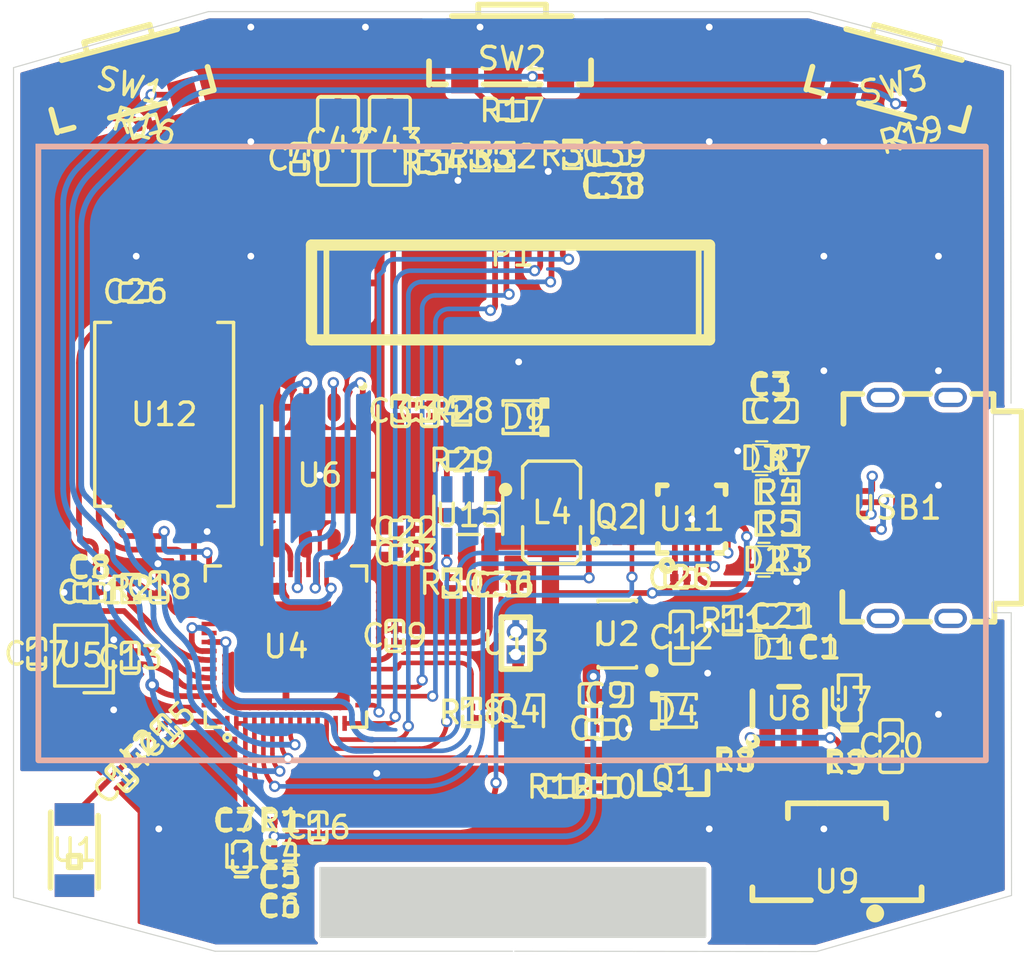
<source format=kicad_pcb>
(kicad_pcb (version 20241229) (generator "pcbnew") (generator_version "9.0")
  (title_block (title "ProDoc_1.54-OLED-Board_2026-01-22"))
  (layers (0 "F.Cu" signal) (2 "B.Cu" signal) (13 "F.Paste" user) (15 "B.Paste" user) (5 "F.SilkS" user "F.Silkscreen") (7 "B.SilkS" user "B.Silkscreen") (1 "F.Mask" user) (3 "B.Mask" user) (25 "Edge.Cuts" user))
  (net 0 "")
  (net 1 "$1N9431")
  (net 2 "$1N9432")
  (net 3 "$1N9438")
  (net 4 "$1N9473")
  (net 5 "$1N9512")
  (net 6 "$1N9513")
  (net 7 "$1N9514")
  (net 8 "$1N9533")
  (net 9 "$1N9534")
  (net 10 "$1N9535")
  (net 11 "$1N9548")
  (net 12 "$1N9549")
  (net 13 "$1N9587")
  (net 14 "$1N9591")
  (net 15 "$1N9592")
  (net 16 "$1N9604")
  (net 17 "$1N9614")
  (net 18 "$1N9616")
  (net 19 "$1N9620")
  (net 20 "$1N9621")
  (net 21 "+3V3")
  (net 22 "12V")
  (net 23 "5V")
  (net 24 "BAT_ADC")
  (net 25 "BUZZER")
  (net 26 "CHIP_EN")
  (net 27 "CLK")
  (net 28 "CS")
  (net 29 "D+")
  (net 30 "D-")
  (net 31 "DC")
  (net 32 "DIN")
  (net 33 "DTR")
  (net 34 "EN")
  (net 35 "FCLK")
  (net 36 "FCS")
  (net 37 "FDI")
  (net 38 "FDO")
  (net 39 "FHOLD")
  (net 40 "FWP")
  (net 41 "GND")
  (net 42 "IO0")
  (net 43 "IO45")
  (net 44 "KEY1")
  (net 45 "KEY2")
  (net 46 "KEY3")
  (net 47 "RES")
  (net 48 "RTS")
  (net 49 "SPICLK")
  (net 50 "SPICS0")
  (net 51 "SPID")
  (net 52 "SPIHD")
  (net 53 "SPIQ")
  (net 54 "SPIWP")
  (net 55 "U0RXD")
  (net 56 "U0TXD")
  (net 57 "USB+")
  (net 58 "USB-")
  (net 59 "VBAT")
  (net 60 "VDD_SPI")
  (net 61 "VSYS")
  (footprint "USB-C-SMD_HYCW412-USBC16-065B" (layer "F.Cu") (at 122.0434 75.1662 90)
    (property "Reference" "USB1")
    (property "Value" "HYCW412-USBC16-065B")
  )
  (footprint "C0201" (layer "F.Cu") (at 88.0573 81.8171 90)
    (property "Reference" "C13")
    (property "Value" "15pF")
  )
  (footprint "SOD-882_L1.0-W0.6-BI" (layer "F.Cu") (at 116.0434 72.9662 -90)
    (property "Reference" "D3")
    (property "Value" "LESD8LH5.0CT5G")
  )
  (footprint "R0201" (layer "F.Cu") (at 117.3434 77.4662 -90)
    (property "Reference" "R3")
    (property "Value" "5.1kΩ")
  )
  (footprint "C0201" (layer "F.Cu") (at 118.592 81.3662)
    (property "Reference" "C1")
    (property "Value" "2.2uF")
  )
  (footprint "C0201" (layer "F.Cu") (at 94.6814 92.8432 180)
    (property "Reference" "C6")
    (property "Value" "100nF")
  )
  (footprint "R0201" (layer "F.Cu") (at 122.6813 58.6432 -15)
    (property "Reference" "R19")
    (property "Value" "10kΩ")
  )
  (footprint "R0201" (layer "F.Cu") (at 101.4634 59.8902 180)
    (property "Reference" "R34")
    (property "Value" "910kΩ")
  )
  (footprint "R0201" (layer "F.Cu") (at 104.9814 57.5432)
    (property "Reference" "R17")
    (property "Value" "10kΩ")
  )
  (footprint "C0402" (layer "F.Cu") (at 116.4434 70.8662)
    (property "Reference" "C2")
    (property "Value" "10uF")
  )
  (footprint "L0201" (layer "F.Cu") (at 88.4814 85.8432 45)
    (property "Reference" "L2")
    (property "Value" "2.4nH")
  )
  (footprint "R0201" (layer "F.Cu") (at 104.6634 59.5902 -90)
    (property "Reference" "R32")
    (property "Value" "4.7kΩ")
  )
  (footprint "SOD-323_L1.8-W1.3-LS2.5-RD" (layer "F.Cu") (at 112.2434 84.1662)
    (property "Reference" "D4")
    (property "Value" "1N5819WS_C191023")
  )
  (footprint "R0201" (layer "F.Cu") (at 119.7434 86.4662 180)
    (property "Reference" "R9")
    (property "Value" "1kΩ")
  )
  (footprint "R0201" (layer "F.Cu") (at 103.5634 59.5902 -90)
    (property "Reference" "R33")
    (property "Value" "4.7kΩ")
  )
  (footprint "C0201" (layer "F.Cu") (at 96.3814 89.3432 90)
    (property "Reference" "C16")
    (property "Value" "100nF")
  )
  (footprint "SOD-882_L1.0-W0.6-BI" (layer "F.Cu") (at 116.5434 81.3662 180)
    (property "Reference" "D1")
    (property "Value" "LESD8LH5.0CT5G")
  )
  (footprint "SOT-323-3_L2.0-W1.3-P1.30-LS2.3-BR" (layer "F.Cu") (at 105.2434 84.1662 -90)
    (property "Reference" "Q4")
    (property "Value" "SS8550W")
  )
  (footprint "C0402" (layer "F.Cu") (at 112.4885 80.9211 -90)
    (property "Reference" "C12")
    (property "Value" "10uF")
  )
  (footprint "C0201" (layer "F.Cu") (at 94.6814 91.5432 180)
    (property "Reference" "C5")
    (property "Value" "1uF")
  )
  (footprint "HDR-TH_2P-P1.00-V-M" (layer "F.Cu") (at 105.1434 81.1662 90)
    (property "Reference" "U13")
    (property "Value" "HX PZ1.0-1x2P ZZ")
  )
  (footprint "R0402" (layer "F.Cu") (at 116.7434 74.4662)
    (property "Reference" "R4")
    (property "Value" "0Ω")
  )
  (footprint "C0201" (layer "F.Cu") (at 83.9073 81.6402 90)
    (property "Reference" "C17")
    (property "Value" "15pF")
  )
  (footprint "C0201" (layer "F.Cu") (at 109.5201 59.5202)
    (property "Reference" "C39")
    (property "Value" "100nF")
  )
  (footprint "C0402" (layer "F.Cu") (at 109.4634 60.8902)
    (property "Reference" "C38")
    (property "Value" "10uF")
  )
  (footprint "C0201" (layer "F.Cu") (at 89.6814 85.0432 135)
    (property "Reference" "C15")
    (property "Value" "1.2pF")
  )
  (footprint "FPC-SMD_24P-L17.5-W5.4-P0.50" (layer "F.Cu") (at 104.9814 63.9432)
    (property "Reference" "P1")
    (property "Value" "FPC 0.5MM 24P Pull type H2.0mm Pick up")
  )
  (footprint "C0201" (layer "F.Cu") (at 86.2573 77.8171)
    (property "Reference" "C8")
    (property "Value" "100nF")
  )
  (footprint "C0201" (layer "F.Cu") (at 108.9434 84.9662 180)
    (property "Reference" "C10")
    (property "Value" "100nF")
  )
  (footprint "SC-70-6_L2.2-W1.3-P0.65-LS2.1-BR" (layer "F.Cu") (at 109.6434 75.5662 -90)
    (property "Reference" "Q2")
    (property "Value" "UMH3N")
  )
  (footprint "R0201" (layer "F.Cu") (at 102.7434 70.8662 90)
    (property "Reference" "R28")
    (property "Value" "887kΩ")
  )
  (footprint "C0201" (layer "F.Cu") (at 112.4434 78.2662 180)
    (property "Reference" "C25")
    (property "Value" "100nF")
  )
  (footprint "C0201" (layer "F.Cu") (at 94.6814 90.4432 180)
    (property "Reference" "C4")
    (property "Value" "100nF")
  )
  (footprint "C0201" (layer "F.Cu") (at 116.4134 69.7161)
    (property "Reference" "C3")
    (property "Value" "100nF")
  )
  (footprint "C0201" (layer "F.Cu") (at 88.283 65.5914 180)
    (property "Reference" "C26")
    (property "Value" "100nF")
  )
  (footprint "SOT-23-5_L3.0-W1.6-P0.95-LS2.8-BR" (layer "F.Cu") (at 109.6434 80.7662)
    (property "Reference" "U2")
    (property "Value" "SPX3819M5-L-3-3")
  )
  (footprint "C0201" (layer "F.Cu") (at 100.2574 77.2171 180)
    (property "Reference" "C23")
    (property "Value" "1uF")
  )
  (footprint "SW-SMD_SHOU_TS36CA-0.6" (layer "F.Cu") (at 121.8813 56.4432 165)
    (property "Reference" "SW3")
    (property "Value" "TS36CA-0.6 250gf 031")
  )
  (footprint "R0201" (layer "F.Cu") (at 94.6814 89.0432 180)
    (property "Reference" "R1")
    (property "Value" "10kΩ")
  )
  (footprint "WSON-8_L8.0-W6.10-P1.27-BL-EP" (layer "F.Cu") (at 89.5573 71.0171)
    (property "Reference" "U12")
    (property "Value" "W25N01GVZEIG")
  )
  (footprint "C0402" (layer "F.Cu") (at 109.1335 83.4662 180)
    (property "Reference" "C9")
    (property "Value" "10uF")
  )
  (footprint "SOD-882_L1.0-W0.6-BI" (layer "F.Cu") (at 116.1434 77.4662 -90)
    (property "Reference" "D2")
    (property "Value" "LESD8LH5.0CT5G")
  )
  (footprint "C0402" (layer "F.Cu") (at 116.9434 79.9662)
    (property "Reference" "C21")
    (property "Value" "10uF")
  )
  (footprint "WSON-8_L6.0-W5.0-P1.27-BL-EP" (layer "F.Cu") (at 96.4573 73.7171 180)
    (property "Reference" "U6")
    (property "Value" "W25Q128JVPIQ")
  )
  (footprint "C0402" (layer "F.Cu") (at 121.7814 85.7334 -90)
    (property "Reference" "C20")
    (property "Value" "10uF")
  )
  (footprint "L0201-RD" (layer "F.Cu") (at 92.9814 90.6432 90)
    (property "Reference" "L1")
    (property "Value" "2nH")
  )
  (footprint "C0201" (layer "F.Cu") (at 99.7814 80.8432 -90)
    (property "Reference" "C19")
    (property "Value" "100nF")
  )
  (footprint "CONN-SMD_2P-P1.25_MEGASTAR_ZX-MX1.25-2PWT" (layer "F.Cu") (at 119.3814 91.7432)
    (property "Reference" "U9")
    (property "Value" "ZX-MX1.25-2PWT")
  )
  (footprint "C0201" (layer "F.Cu") (at 101.3434 70.8662 90)
    (property "Reference" "C34")
    (property "Value" "22pF")
  )
  (footprint "R0201" (layer "F.Cu") (at 88.6814 58.2432 15)
    (property "Reference" "R16")
    (property "Value" "10kΩ")
  )
  (footprint "R0201" (layer "F.Cu") (at 107.0814 87.5432)
    (property "Reference" "R12")
    (property "Value" "470kΩ")
  )
  (footprint "C0201" (layer "F.Cu") (at 87.6814 87.0432 135)
    (property "Reference" "C14")
    (property "Value" "1.8pF")
  )
  (footprint "SOD-323_L1.8-W1.3-LS2.5-RD" (layer "F.Cu") (at 105.4814 71.1432 180)
    (property "Reference" "D9")
    (property "Value" "1N5819WS_C191023")
  )
  (footprint "R0201" (layer "F.Cu") (at 117.2849 73.0246 -90)
    (property "Reference" "R7")
    (property "Value" "5.1kΩ")
  )
  (footprint "C0201" (layer "F.Cu") (at 86.2573 78.9171)
    (property "Reference" "C11")
    (property "Value" "100nF")
  )
  (footprint "C0805" (layer "F.Cu") (at 99.5634 58.8902 -90)
    (property "Reference" "C43")
    (property "Value" "10uF")
  )
  (footprint "C0201" (layer "F.Cu") (at 95.5634 59.6902 -90)
    (property "Reference" "C40")
    (property "Value" "100nF")
  )
  (footprint "TSOT-23-5_L2.9-W1.6-P0.95-LS2.8-BR" (layer "F.Cu") (at 117.2434 84.0662 -90)
    (property "Reference" "U8")
    (property "Value" "TP4054_C668215")
  )
  (footprint "C0201" (layer "F.Cu") (at 100.2574 76.1171 180)
    (property "Reference" "C22")
    (property "Value" "100nF")
  )
  (footprint "SOT-23-5_L3.0-W1.7-P0.95-LS2.8-BL" (layer "F.Cu") (at 103.0383 75.4962 180)
    (property "Reference" "U15")
    (property "Value" "TPS61040DBVR")
  )
  (footprint "L1008" (layer "F.Cu") (at 106.7434 75.3662 90)
    (property "Reference" "L4")
    (property "Value" "10uH")
  )
  (footprint "C0402" (layer "F.Cu") (at 104.5434 78.5662 180)
    (property "Reference" "C36")
    (property "Value" "10uF")
  )
  (footprint "R0201" (layer "F.Cu") (at 109.0814 87.5432)
    (property "Reference" "R10")
    (property "Value" "470kΩ")
  )
  (footprint "ANT-SMD_L3.2-W1.6" (layer "F.Cu") (at 85.5814 90.3432 90)
    (property "Reference" "U1")
    (property "Value" "ANT3216LL00R2400A")
  )
  (footprint "C0201" (layer "F.Cu") (at 100.0434 70.8662 90)
    (property "Reference" "C35")
    (property "Value" "100nF")
  )
  (footprint "C0201" (layer "F.Cu") (at 92.6814 89.0432)
    (property "Reference" "C7")
    (property "Value" "100nF")
  )
  (footprint "R0201" (layer "F.Cu") (at 114.7434 80.1662 90)
    (property "Reference" "R11")
    (property "Value" "2kΩ")
  )
  (footprint "SOT-23_L2.9-W1.3-P1.90-LS2.4-BR" (layer "F.Cu") (at 112.1434 87.1662 90)
    (property "Reference" "Q1")
    (property "Value" "AO3401A_C347476")
  )
  (footprint "CRYSTAL-SMD_4P-L2.0-W1.6-BL" (layer "F.Cu") (at 85.8573 81.7171 90)
    (property "Reference" "U5")
    (property "Value" "40MHz")
  )
  (footprint "C0805" (layer "F.Cu") (at 97.2634 58.8902 -90)
    (property "Reference" "C42")
    (property "Value" "10uF")
  )
  (footprint "QFN-56_L7.0-W7.0-P0.40-TL-EP4.0" (layer "F.Cu") (at 94.9573 81.3171 90)
    (property "Reference" "U4")
    (property "Value" "ESP32-S3R8")
  )
  (footprint "R0201" (layer "F.Cu") (at 88.0814 78.7432 90)
    (property "Reference" "R2")
    (property "Value" "10kΩ")
  )
  (footprint "R0201" (layer "F.Cu") (at 102.3229 78.5017 -90)
    (property "Reference" "R30")
    (property "Value" "100kΩ")
  )
  (footprint "R0201" (layer "F.Cu") (at 102.7434 73.0662 180)
    (property "Reference" "R29")
    (property "Value" "100kΩ")
  )
  (footprint "R0402" (layer "F.Cu") (at 116.7434 75.8662)
    (property "Reference" "R5")
    (property "Value" "0Ω")
  )
  (footprint "SW-SMD_SHOU_TS36CA-0.6" (layer "F.Cu") (at 104.9814 55.2432 180)
    (property "Reference" "SW2")
    (property "Value" "TS36CA-0.6 250gf 031")
  )
  (footprint "R0201" (layer "F.Cu") (at 103.1814 84.2432 -90)
    (property "Reference" "R18")
    (property "Value" "470Ω")
  )
  (footprint "SW-SMD_SHOU_TS36CA-0.6" (layer "F.Cu") (at 88.0814 56.4432 -165)
    (property "Reference" "SW1")
    (property "Value" "TS36CA-0.6 250gf 031")
  )
  (footprint "C0201" (layer "F.Cu") (at 89.3317 78.6914 -90)
    (property "Reference" "C18")
    (property "Value" "100nF")
  )
  (footprint "R0201" (layer "F.Cu") (at 114.8434 86.3662)
    (property "Reference" "R8")
    (property "Value" "100kΩ")
  )
  (footprint "TQFN-16_L3.0-W3.0-P0.50-BL-EP1.7" (layer "F.Cu") (at 112.9434 75.6662)
    (property "Reference" "U11")
    (property "Value" "CH343P")
  )
  (footprint "R0201" (layer "F.Cu") (at 107.6634 59.4902 -90)
    (property "Reference" "R31")
    (property "Value" "4.7kΩ")
  )
  (footprint "LED0402-RD_ORANGE" (layer "F.Cu") (at 119.9434 83.6662 90)
    (property "Reference" "U7")
    (property "Value" "XL-1005UOC")
  )
  (gr_line (start 113.7308 67.7137) (end 96.089 67.7137) (stroke (width 0.5)) (layer "F.SilkS"))
  (gr_line (start 113.7308 63.5105) (end 113.7308 67.7137) (stroke (width 0.5)) (layer "F.SilkS"))
  (gr_line (start 96.089 67.7137) (end 96.089 63.5105) (stroke (width 0.5)) (layer "F.SilkS"))
  (gr_line (start 96.089 63.5105) (end 113.7308 63.5105) (stroke (width 0.5)) (layer "F.SilkS"))
  (gr_rect (start 83.9813 59.1432) (end 125.9813 86.3632) (stroke (width 0.254)) (fill no) (layer "B.SilkS"))
  (gr_line (start 91.813 94.8295) (end 82.8814 92.4431) (stroke (width 0.05)) (layer "Edge.Cuts"))
  (gr_line (start 104.9966 94.8295) (end 91.813 94.8295) (stroke (width 0.05)) (layer "Edge.Cuts"))
  (gr_line (start 127.0813 55.5432) (end 127.0966 70.5267) (stroke (width 0.05)) (layer "Edge.Cuts"))
  (gr_line (start 126.3184 71.0267) (end 126.3184 79.8162) (stroke (width 0.05)) (layer "Edge.Cuts"))
  (gr_rect (start 96.5158 91.1657) (end 113.5158 94.1657) (stroke (width 0.15)) (fill yes) (layer "Edge.Cuts"))
  (gr_line (start 105.0966 94.8295) (end 118.4813 94.8431) (stroke (width 0.05)) (layer "Edge.Cuts"))
  (gr_line (start 126.3184 79.8162) (end 127.1055 79.8162) (stroke (width 0.05)) (layer "Edge.Cuts"))
  (gr_line (start 127.1055 79.8162) (end 127.1186 92.3568) (stroke (width 0.05)) (layer "Edge.Cuts"))
  (gr_line (start 127.0966 71.0267) (end 126.3184 71.0267) (stroke (width 0.05)) (layer "Edge.Cuts"))
  (gr_line (start 104.9662 53.1569) (end 118.1497 53.1569) (stroke (width 0.05)) (layer "Edge.Cuts"))
  (gr_line (start 82.8814 55.6432) (end 82.8814 92.4431) (stroke (width 0.05)) (layer "Edge.Cuts"))
  (gr_line (start 91.5187 53.1569) (end 82.8814 55.6432) (stroke (width 0.05)) (layer "Edge.Cuts"))
  (gr_line (start 104.9662 53.1569) (end 91.5187 53.1569) (stroke (width 0.05)) (layer "Edge.Cuts"))
  (gr_line (start 118.1497 53.1569) (end 127.0813 55.5432) (stroke (width 0.05)) (layer "Edge.Cuts"))
  (gr_line (start 118.4813 94.8431) (end 127.1186 92.3568) (stroke (width 0.05)) (layer "Edge.Cuts"))
  (segment (start 89.6934 84.6432) (end 92.2759 84.6432) (width 0.254) (layer "F.Cu") (net 1))
  (segment (start 89.4753 84.8493) (end 89.4874 84.8493) (width 0.254) (layer "F.Cu") (net 1))
  (segment (start 89.4874 84.8493) (end 89.6934 84.6432) (width 0.254) (layer "F.Cu") (net 1))
  (segment (start 88.6753 85.6493) (end 89.4753 84.8493) (width 0.254) (layer "F.Cu") (net 1))
  (segment (start 92.2759 84.6432) (end 92.3573 84.7246) (width 0.254) (layer "F.Cu") (net 1))
  (segment (start 92.9814 90.3689) (end 92.9557 90.3432) (width 0.254) (layer "F.Cu") (net 2))
  (segment (start 92.9557 90.3432) (end 92.9557 89.0432) (width 0.254) (layer "F.Cu") (net 2))
  (segment (start 92.7573 84.7246) (end 93.1574 84.7246) (width 0.2032) (layer "F.Cu") (net 2))
  (segment (start 93.1574 84.7246) (end 93.1574 88.8415) (width 0.2032) (layer "F.Cu") (net 2))
  (arc (start 93.1574 88.8415) (mid 93.0983 88.9842) (end 92.9557 89.0432) (width 0.2032) (layer "F.Cu") (net 2))
  (segment (start 91.5498 83.1171) (end 90.701 83.1171) (width 0.254) (layer "F.Cu") (net 3))
  (segment (start 87.7316 82.4171) (end 86.4073 82.4171) (width 0.254) (layer "F.Cu") (net 3))
  (segment (start 90.2814 82.9432) (end 90.1735 82.8354) (width 0.254) (layer "F.Cu") (net 3))
  (segment (start 88.3774 82.0914) (end 88.0573 82.0914) (width 0.254) (layer "F.Cu") (net 3))
  (arc (start 90.1735 82.8354) (mid 89.3495 82.2848) (end 88.3774 82.0914) (width 0.254) (layer "F.Cu") (net 3))
  (arc (start 90.701 83.1171) (mid 90.4739 83.0719) (end 90.2814 82.9432) (width 0.254) (layer "F.Cu") (net 3))
  (arc (start 88.0573 82.0914) (mid 87.9619 82.3217) (end 87.7316 82.4171) (width 0.254) (layer "F.Cu") (net 3))
  (segment (start 85.3074 80.2735) (end 85.3074 81.0171) (width 0.254) (layer "F.Cu") (net 4))
  (segment (start 91.2664 82.696) (end 91.2173 82.696) (width 0.254) (layer "F.Cu") (net 4))
  (segment (start 90.1932 82.1551) (end 87.7814 79.7432) (width 0.254) (layer "F.Cu") (net 4))
  (segment (start 85.3074 81.0171) (end 84.2561 81.0171) (width 0.254) (layer "F.Cu") (net 4))
  (segment (start 87.7814 79.7432) (end 85.8377 79.7432) (width 0.254) (layer "F.Cu") (net 4))
  (arc (start 85.8377 79.7432) (mid 85.4627 79.8985) (end 85.3074 80.2735) (width 0.254) (layer "F.Cu") (net 4))
  (arc (start 91.5498 82.717) (mid 91.4077 82.7118) (end 91.2664 82.696) (width 0.254) (layer "F.Cu") (net 4))
  (arc (start 91.2173 82.696) (mid 91.1442 82.6862) (end 91.0762 82.6576) (width 0.254) (layer "F.Cu") (net 4))
  (arc (start 84.2561 81.0171) (mid 84.0094 81.1192) (end 83.9073 81.3658) (width 0.254) (layer "F.Cu") (net 4))
  (arc (start 91.0762 82.6576) (mid 90.6008 82.4659) (end 90.1932 82.1551) (width 0.254) (layer "F.Cu") (net 4))
  (segment (start 119.9849 86.4662) (end 119.9849 84.246) (width 0.254) (layer "F.Cu") (net 5))
  (arc (start 119.9849 84.246) (mid 119.9728 84.2166) (end 119.9434 84.2044) (width 0.254) (layer "F.Cu") (net 5))
  (segment (start 119.5018 85.7807) (end 119.5018 86.4662) (width 0.254) (layer "F.Cu") (net 6))
  (segment (start 115.5434 85.3602) (end 116.2923 85.3602) (width 0.254) (layer "F.Cu") (net 6))
  (via (at 119.0814 85.3602) (size 0.5004) (drill 0.2997) (layers "F.Cu" "B.Cu") (net 6))
  (via (at 115.5434 85.3602) (size 0.5004) (drill 0.2997) (layers "F.Cu" "B.Cu") (net 6))
  (arc (start 119.0814 85.3602) (mid 119.3787 85.4834) (end 119.5018 85.7807) (width 0.254) (layer "F.Cu") (net 6))
  (segment (start 115.5434 85.3602) (end 119.0814 85.3602) (width 0.254) (layer "B.Cu") (net 6))
  (segment (start 114.8434 82.7662) (end 116.2883 82.7662) (width 0.3048) (layer "F.Cu") (net 7))
  (segment (start 114.7434 80.4078) (end 114.7434 82.6662) (width 0.3048) (layer "F.Cu") (net 7))
  (arc (start 116.2883 82.7662) (mid 116.2926 82.768) (end 116.2943 82.7722) (width 0.3048) (layer "F.Cu") (net 7))
  (arc (start 114.7434 82.6662) (mid 114.7727 82.7369) (end 114.8434 82.7662) (width 0.3048) (layer "F.Cu") (net 7))
  (segment (start 86.2957 57.8923) (end 88.0346 57.8923) (width 0.254) (layer "F.Cu") (net 8))
  (arc (start 88.0346 57.8923) (mid 88.327 58.0134) (end 88.4481 58.3057) (width 0.254) (layer "F.Cu") (net 8))
  (segment (start 102.8814 56.1807) (end 103.8932 57.1926) (width 0.254) (layer "F.Cu") (net 9))
  (arc (start 103.8932 57.1926) (mid 104.2816 57.4521) (end 104.7398 57.5432) (width 0.254) (layer "F.Cu") (net 9))
  (segment (start 119.6103 56.8053) (end 120.6418 57.8367) (width 0.254) (layer "F.Cu") (net 10))
  (segment (start 122.4378 58.5807) (end 122.448 58.5807) (width 0.254) (layer "F.Cu") (net 10))
  (arc (start 120.6418 57.8367) (mid 121.4658 58.3873) (end 122.4378 58.5807) (width 0.254) (layer "F.Cu") (net 10))
  (segment (start 103.1814 84.4848) (end 104.0141 84.4848) (width 0.254) (layer "F.Cu") (net 11))
  (arc (start 104.0141 84.4848) (mid 104.4237 84.6545) (end 104.5934 85.0641) (width 0.254) (layer "F.Cu") (net 11))
  (segment (start 105.2434 81.7662) (end 105.2434 83.2683) (width 0.508) (layer "F.Cu") (net 12))
  (arc (start 105.1434 81.6662) (mid 105.2141 81.6955) (end 105.2434 81.7662) (width 0.508) (layer "F.Cu") (net 12))
  (segment (start 87.1814 87.1432) (end 87.4753 86.8493) (width 0.254) (layer "F.Cu") (net 13))
  (segment (start 88.1874 86.1493) (end 88.1874 86.1372) (width 0.254) (layer "F.Cu") (net 13))
  (segment (start 87.1814 87.1651) (end 87.1814 87.1432) (width 0.254) (layer "F.Cu") (net 13))
  (segment (start 87.4753 86.8493) (end 87.4874 86.8493) (width 0.254) (layer "F.Cu") (net 13))
  (segment (start 87.4874 86.8493) (end 88.1874 86.1493) (width 0.254) (layer "F.Cu") (net 13))
  (segment (start 85.5814 88.7651) (end 87.1814 87.1651) (width 0.254) (layer "F.Cu") (net 13))
  (segment (start 119.6684 73.4163) (end 117.6472 73.4163) (width 0.254) (layer "F.Cu") (net 14))
  (arc (start 117.6472 73.4163) (mid 117.4512 73.3773) (end 117.2849 73.2662) (width 0.254) (layer "F.Cu") (net 14))
  (segment (start 117.4078 77.1602) (end 117.3434 77.2246) (width 0.254) (layer "F.Cu") (net 15))
  (segment (start 119.6684 76.4163) (end 119.2039 76.4163) (width 0.254) (layer "F.Cu") (net 15))
  (arc (start 119.2039 76.4163) (mid 118.2319 76.6096) (end 117.4078 77.1602) (width 0.254) (layer "F.Cu") (net 15))
  (segment (start 108.2089 62.7401) (end 108.2089 60.2772) (width 0.254) (layer "F.Cu") (net 16))
  (arc (start 108.2089 60.2772) (mid 108.0491 59.8915) (end 107.6634 59.7317) (width 0.254) (layer "F.Cu") (net 16))
  (segment (start 104.3088 71.1432) (end 104.316 71.1504) (width 0.762) (layer "F.Cu") (net 17))
  (segment (start 104.316 71.1504) (end 104.316 74.3899) (width 0.762) (layer "F.Cu") (net 17))
  (segment (start 104.1933 74.5125) (end 106.4295 74.5125) (width 0.762) (layer "F.Cu") (net 17))
  (arc (start 106.4295 74.5125) (mid 106.6515 74.4206) (end 106.7434 74.1987) (width 0.762) (layer "F.Cu") (net 17))
  (segment (start 102.5018 73.0662) (end 102.5018 71.3493) (width 0.254) (layer "F.Cu") (net 18))
  (segment (start 102.7106 71.1405) (end 102.6219 71.1405) (width 0.254) (layer "F.Cu") (net 18))
  (segment (start 102.0884 74.3426) (end 102.0884 73.4797) (width 0.254) (layer "F.Cu") (net 18))
  (segment (start 102.6219 71.1405) (end 101.3434 71.1405) (width 0.254) (layer "F.Cu") (net 18))
  (arc (start 102.5018 71.3493) (mid 102.534 71.2289) (end 102.6219 71.1405) (width 0.254) (layer "F.Cu") (net 18))
  (arc (start 102.7434 71.1077) (mid 102.7338 71.1309) (end 102.7106 71.1405) (width 0.254) (layer "F.Cu") (net 18))
  (arc (start 102.0884 73.4797) (mid 102.2095 73.1873) (end 102.5018 73.0662) (width 0.254) (layer "F.Cu") (net 18))
  (segment (start 100.707 62.7401) (end 100.707 60.405) (width 0.254) (layer "F.Cu") (net 19))
  (arc (start 100.707 60.405) (mid 100.8578 60.041) (end 101.2218 59.8902) (width 0.254) (layer "F.Cu") (net 19))
  (segment (start 99.5634 59.8902) (end 99.5634 60.6902) (width 0.254) (layer "F.Cu") (net 20))
  (segment (start 99.5634 60.6902) (end 99.9634 60.6902) (width 0.254) (layer "F.Cu") (net 20))
  (segment (start 100.2074 60.9342) (end 100.2074 62.7401) (width 0.254) (layer "F.Cu") (net 20))
  (arc (start 99.9634 60.6902) (mid 100.1359 60.7616) (end 100.2074 60.9342) (width 0.254) (layer "F.Cu") (net 20))
  (segment (start 94.407 92.8432) (end 94.407 91.5432) (width 0.2032) (layer "F.Cu") (net 21))
  (segment (start 111.492 78.9432) (end 111.1973 78.9432) (width 0.254) (layer "F.Cu") (net 21))
  (segment (start 89.5039 78.9657) (end 89.3317 78.9657) (width 0.254) (layer "F.Cu") (net 21))
  (segment (start 85.7814 68.7432) (end 85.7814 76.2432) (width 0.254) (layer "F.Cu") (net 21))
  (segment (start 88.6656 78.7275) (end 88.6814 78.7432) (width 0.254) (layer "F.Cu") (net 21))
  (segment (start 108.4934 81.7162) (end 108.4934 83.3711) (width 0.762) (layer "F.Cu") (net 21))
  (segment (start 108.9183 60.8902) (end 108.9183 59.8476) (width 0.254) (layer "F.Cu") (net 21))
  (segment (start 91.5498 83.5171) (end 90.2348 83.5171) (width 0.254) (layer "F.Cu") (net 21))
  (segment (start 89.2185 78.9657) (end 89.3317 78.9657) (width 0.254) (layer "F.Cu") (net 21))
  (segment (start 108.4934 81.7162) (end 107.3543 81.7162) (width 0.762) (layer "F.Cu") (net 21))
  (segment (start 91.5498 79.9169) (end 90.455 79.9169) (width 0.254) (layer "F.Cu") (net 21))
  (segment (start 109.2458 59.5076) (end 109.2458 59.5202) (width 0.254) (layer "F.Cu") (net 21))
  (segment (start 87.6523 66.9897) (end 87.6523 65.9478) (width 0.254) (layer "F.Cu") (net 21))
  (segment (start 111.1973 78.9432) (end 106.7732 78.9432) (width 0.254) (layer "F.Cu") (net 21))
  (segment (start 94.4398 90.2105) (end 94.4398 89.7301) (width 0.254) (layer "F.Cu") (net 21))
  (segment (start 103.9983 78.7432) (end 103.9983 80.4263) (width 0.254) (layer "F.Cu") (net 21))
  (segment (start 108.6691 84.9662) (end 108.6691 83.5468) (width 0.254) (layer "F.Cu") (net 21))
  (segment (start 94.4398 89.7301) (end 94.4398 89.0432) (width 0.254) (layer "F.Cu") (net 21))
  (segment (start 103.2814 81.1432) (end 99.807 81.1432) (width 0.254) (layer "F.Cu") (net 21))
  (segment (start 108.727 68.3217) (end 108.727 62.6932) (width 0.381) (layer "F.Cu") (net 21))
  (segment (start 91.5498 83.5171) (end 91.5498 83.9169) (width 0.254) (layer "F.Cu") (net 21))
  (segment (start 105.4688 58.5432) (end 108.2814 58.5432) (width 0.254) (layer "F.Cu") (net 21))
  (segment (start 108.727 62.6932) (end 108.727 61.3521) (width 0.254) (layer "F.Cu") (net 21))
  (segment (start 108.2814 75.3018) (end 108.2814 69.3975) (width 0.381) (layer "F.Cu") (net 21))
  (segment (start 107.5073 76.2173) (end 108.1814 75.5432) (width 0.381) (layer "F.Cu") (net 21))
  (segment (start 98.3649 81.9169) (end 98.982 81.9169) (width 0.254) (layer "F.Cu") (net 21))
  (segment (start 92.9814 90.9176) (end 92.9814 92.2432) (width 0.254) (layer "F.Cu") (net 21))
  (segment (start 114.3933 75.9161) (end 114.9543 75.9161) (width 0.254) (layer "F.Cu") (net 21))
  (segment (start 115.3814 76.3432) (end 115.3814 76.4432) (width 0.254) (layer "F.Cu") (net 21))
  (segment (start 103.9983 78.5662) (end 103.9983 76.6599) (width 0.762) (layer "F.Cu") (net 21))
  (segment (start 87.7276 78.4756) (end 88.0573 78.4756) (width 0.254) (layer "F.Cu") (net 21))
  (segment (start 86.5317 78.9171) (end 86.6616 78.9171) (width 0.254) (layer "F.Cu") (net 21))
  (segment (start 86.5317 76.9935) (end 86.5317 77.8171) (width 0.254) (layer "F.Cu") (net 21))
  (segment (start 106.6814 81.0432) (end 106.6814 79.0351) (width 0.762) (layer "F.Cu") (net 21))
  (segment (start 94.407 90.4432) (end 94.407 90.2432) (width 0.2032) (layer "F.Cu") (net 21))
  (segment (start 87.6523 66.9897) (end 87.5349 66.9897) (width 0.254) (layer "F.Cu") (net 21))
  (segment (start 93.5814 92.8432) (end 94.407 92.8432) (width 0.254) (layer "F.Cu") (net 21))
  (segment (start 94.407 90.4432) (end 94.407 91.5432) (width 0.2032) (layer "F.Cu") (net 21))
  (segment (start 106.6814 76.6365) (end 106.6814 79.0351) (width 0.762) (layer "F.Cu") (net 21))
  (segment (start 103.8213 78.7432) (end 102.3229 78.7432) (width 0.254) (layer "F.Cu") (net 21))
  (segment (start 112.195 77.116) (end 112.195 78.2403) (width 0.254) (layer "F.Cu") (net 21))
  (segment (start 103.9883 76.6499) (end 106.6272 76.6499) (width 0.762) (layer "F.Cu") (net 21))
  (segment (start 103.5634 59.3486) (end 104.6634 59.3486) (width 0.254) (layer "F.Cu") (net 21))
  (segment (start 86.5317 77.8171) (end 86.5317 78.9171) (width 0.254) (layer "F.Cu") (net 21))
  (via (at 87.0404 78.7219) (size 0.5004) (drill 0.2997) (layers "F.Cu" "B.Cu") (net 21))
  (via (at 89.0272 83.0169) (size 0.61) (drill 0.305) (layers "F.Cu" "B.Cu") (net 21))
  (via (at 108.5814 82.6432) (size 0.61) (drill 0.305) (layers "F.Cu" "B.Cu") (net 21))
  (via (at 111.1973 78.9432) (size 0.5004) (drill 0.2997) (layers "F.Cu" "B.Cu") (net 21))
  (via (at 94.4398 89.7301) (size 0.5004) (drill 0.2997) (layers "F.Cu" "B.Cu") (net 21))
  (via (at 115.3814 76.4432) (size 0.5004) (drill 0.2997) (layers "F.Cu" "B.Cu") (net 21))
  (arc (start 108.9183 59.8476) (mid 109.0142 59.6161) (end 109.2458 59.5202) (width 0.254) (layer "F.Cu") (net 21))
  (arc (start 85.7814 76.2432) (mid 85.8985 76.5261) (end 86.1814 76.6432) (width 0.254) (layer "F.Cu") (net 21))
  (arc (start 106.7732 78.9432) (mid 106.7083 78.9701) (end 106.6814 79.0351) (width 0.254) (layer "F.Cu") (net 21))
  (arc (start 86.6616 78.9171) (mid 86.8801 78.8754) (end 87.0679 78.7563) (width 0.254) (layer "F.Cu") (net 21))
  (arc (start 89.7814 79.2432) (mid 89.7001 79.047) (end 89.5039 78.9657) (width 0.254) (layer "F.Cu") (net 21))
  (arc (start 106.7434 76.5337) (mid 107.1568 76.4515) (end 107.5073 76.2173) (width 0.381) (layer "F.Cu") (net 21))
  (arc (start 86.1814 76.6432) (mid 86.4291 76.7458) (end 86.5317 76.9935) (width 0.254) (layer "F.Cu") (net 21))
  (arc (start 108.2814 58.5432) (mid 108.9633 58.8257) (end 109.2458 59.5076) (width 0.254) (layer "F.Cu") (net 21))
  (arc (start 103.9983 80.4263) (mid 103.7883 80.9333) (end 103.2814 81.1432) (width 0.254) (layer "F.Cu") (net 21))
  (arc (start 112.195 78.2403) (mid 112.1874 78.2586) (end 112.1691 78.2662) (width 0.254) (layer "F.Cu") (net 21))
  (arc (start 88.0573 78.4756) (mid 88.3865 78.541) (end 88.6656 78.7275) (width 0.254) (layer "F.Cu") (net 21))
  (arc (start 87.5349 66.9897) (mid 86.295 67.5033) (end 85.7814 68.7432) (width 0.254) (layer "F.Cu") (net 21))
  (arc (start 94.407 90.2432) (mid 94.4302 90.2336) (end 94.4398 90.2105) (width 0.254) (layer "F.Cu") (net 21))
  (arc (start 108.6691 83.5468) (mid 108.6455 83.4898) (end 108.5885 83.4662) (width 0.254) (layer "F.Cu") (net 21))
  (arc (start 114.9543 75.9161) (mid 115.2563 76.0412) (end 115.3814 76.3432) (width 0.254) (layer "F.Cu") (net 21))
  (arc (start 106.6272 76.6499) (mid 106.6551 76.6465) (end 106.6814 76.6365) (width 0.762) (layer "F.Cu") (net 21))
  (arc (start 99.807 81.1432) (mid 99.7889 81.1357) (end 99.7814 81.1176) (width 0.254) (layer "F.Cu") (net 21))
  (arc (start 108.4934 83.3711) (mid 108.5212 83.4384) (end 108.5885 83.4662) (width 0.762) (layer "F.Cu") (net 21))
  (arc (start 104.6634 59.3486) (mid 104.8993 58.7791) (end 105.4688 58.5432) (width 0.254) (layer "F.Cu") (net 21))
  (arc (start 92.9814 92.2432) (mid 93.1571 92.6675) (end 93.5814 92.8432) (width 0.254) (layer "F.Cu") (net 21))
  (arc (start 87.6523 65.9478) (mid 87.7567 65.6958) (end 88.0087 65.5914) (width 0.254) (layer "F.Cu") (net 21))
  (arc (start 98.982 81.9169) (mid 99.5472 81.6828) (end 99.7814 81.1176) (width 0.254) (layer "F.Cu") (net 21))
  (arc (start 108.2814 69.3975) (mid 108.3972 68.8152) (end 108.727 68.3217) (width 0.381) (layer "F.Cu") (net 21))
  (arc (start 108.1814 75.5432) (mid 108.2554 75.4325) (end 108.2814 75.3018) (width 0.381) (layer "F.Cu") (net 21))
  (arc (start 103.9983 76.6599) (mid 103.9954 76.6529) (end 103.9883 76.6499) (width 0.762) (layer "F.Cu") (net 21))
  (arc (start 107.3543 81.7162) (mid 106.8785 81.5191) (end 106.6814 81.0432) (width 0.762) (layer "F.Cu") (net 21))
  (arc (start 87.0404 78.7219) (mid 87.3754 78.5748) (end 87.7276 78.4756) (width 0.254) (layer "F.Cu") (net 21))
  (arc (start 88.6814 78.7432) (mid 88.9278 78.9079) (end 89.2185 78.9657) (width 0.254) (layer "F.Cu") (net 21))
  (arc (start 90.455 79.9169) (mid 89.9787 79.7196) (end 89.7814 79.2432) (width 0.254) (layer "F.Cu") (net 21))
  (arc (start 112.1691 78.2662) (mid 111.9708 78.7449) (end 111.492 78.9432) (width 0.254) (layer "F.Cu") (net 21))
  (arc (start 108.727 61.3521) (mid 108.7767 61.1021) (end 108.9183 60.8902) (width 0.254) (layer "F.Cu") (net 21))
  (arc (start 90.2348 83.5171) (mid 89.5812 83.3871) (end 89.0272 83.0169) (width 0.254) (layer "F.Cu") (net 21))
  (segment (start 87.7337 80.3956) (end 88.2832 80.9451) (width 0.254) (layer "B.Cu") (net 21))
  (segment (start 94.1369 88.9988) (end 89.6438 84.5057) (width 0.254) (layer "B.Cu") (net 21))
  (segment (start 111.1973 78.9432) (end 114.4814 78.9432) (width 0.254) (layer "B.Cu") (net 21))
  (segment (start 115.3814 78.0432) (end 115.3814 76.4432) (width 0.254) (layer "B.Cu") (net 21))
  (segment (start 108.5814 88.4432) (end 108.5814 82.6432) (width 0.254) (layer "B.Cu") (net 21))
  (segment (start 89.0272 82.7411) (end 89.0272 83.0169) (width 0.254) (layer "B.Cu") (net 21))
  (segment (start 94.4398 89.7301) (end 107.2946 89.7301) (width 0.254) (layer "B.Cu") (net 21))
  (arc (start 107.2946 89.7301) (mid 108.2045 89.3532) (end 108.5814 88.4432) (width 0.254) (layer "B.Cu") (net 21))
  (arc (start 89.0194 82.5433) (mid 89.0252 82.6422) (end 89.0272 82.7411) (width 0.254) (layer "B.Cu") (net 21))
  (arc (start 94.4398 89.7301) (mid 94.3611 89.3343) (end 94.1369 88.9988) (width 0.254) (layer "B.Cu") (net 21))
  (arc (start 89.6438 84.5057) (mid 89.1874 83.8227) (end 89.0272 83.0169) (width 0.254) (layer "B.Cu") (net 21))
  (arc (start 114.4814 78.9432) (mid 115.1178 78.6796) (end 115.3814 78.0432) (width 0.254) (layer "B.Cu") (net 21))
  (arc (start 88.2832 80.9451) (mid 88.7941 81.6784) (end 89.0194 82.5433) (width 0.254) (layer "B.Cu") (net 21))
  (arc (start 87.0404 78.7219) (mid 87.075 79.1253) (end 87.1779 79.5169) (width 0.254) (layer "B.Cu") (net 21))
  (arc (start 87.1779 79.5169) (mid 87.4069 79.9871) (end 87.7337 80.3956) (width 0.254) (layer "B.Cu") (net 21))
  (segment (start 103.0814 70.1432) (end 106.1814 70.1432) (width 0.254) (layer "F.Cu") (net 22))
  (segment (start 102.7434 70.6246) (end 102.7434 70.4812) (width 0.254) (layer "F.Cu") (net 22))
  (segment (start 99.707 70.5919) (end 99.707 61.8338) (width 0.254) (layer "F.Cu") (net 22))
  (segment (start 101.3434 70.5919) (end 102.7106 70.5919) (width 0.254) (layer "F.Cu") (net 22))
  (segment (start 95.5634 59.9645) (end 97.3377 59.9645) (width 0.254) (layer "F.Cu") (net 22))
  (segment (start 97.3634 61.1902) (end 97.3634 59.9902) (width 0.254) (layer "F.Cu") (net 22))
  (segment (start 101.3434 70.5919) (end 100.0434 70.5919) (width 0.254) (layer "F.Cu") (net 22))
  (segment (start 106.654 70.6158) (end 106.654 71.1432) (width 0.254) (layer "F.Cu") (net 22))
  (segment (start 99.2634 61.3902) (end 97.5634 61.3902) (width 0.254) (layer "F.Cu") (net 22))
  (segment (start 100.0434 70.5919) (end 99.707 70.5919) (width 0.254) (layer "F.Cu") (net 22))
  (arc (start 102.7106 70.5919) (mid 102.7338 70.6015) (end 102.7434 70.6246) (width 0.254) (layer "F.Cu") (net 22))
  (arc (start 97.2634 59.8902) (mid 97.3341 59.9195) (end 97.3634 59.9902) (width 0.254) (layer "F.Cu") (net 22))
  (arc (start 106.1814 70.1432) (mid 106.5155 70.2816) (end 106.654 70.6158) (width 0.254) (layer "F.Cu") (net 22))
  (arc (start 99.707 61.8338) (mid 99.5771 61.5201) (end 99.2634 61.3902) (width 0.254) (layer "F.Cu") (net 22))
  (arc (start 97.3377 59.9645) (mid 97.3559 59.972) (end 97.3634 59.9902) (width 0.254) (layer "F.Cu") (net 22))
  (arc (start 102.7434 70.4812) (mid 102.8424 70.2422) (end 103.0814 70.1432) (width 0.254) (layer "F.Cu") (net 22))
  (arc (start 97.5634 61.3902) (mid 97.422 61.3316) (end 97.3634 61.1902) (width 0.254) (layer "F.Cu") (net 22))
  (segment (start 119.6684 72.7663) (end 118.6435 72.7663) (width 0.635) (layer "F.Cu") (net 23))
  (segment (start 114.3814 68.9432) (end 116.3814 68.9432) (width 0.254) (layer "F.Cu") (net 23))
  (segment (start 122.1934 73.7162) (end 121.6434 73.1662) (width 0.635) (layer "F.Cu") (net 23))
  (segment (start 119.6684 77.5661) (end 120.4365 77.5661) (width 0.635) (layer "F.Cu") (net 23))
  (segment (start 117.4885 81.3822) (end 117.4885 82.0664) (width 0.635) (layer "F.Cu") (net 23))
  (segment (start 117.7529 79.8567) (end 118.3434 79.2662) (width 0.635) (layer "F.Cu") (net 23))
  (segment (start 118.1434 72.2662) (end 118.1434 71.9662) (width 0.635) (layer "F.Cu") (net 23))
  (segment (start 113.195 77.116) (end 113.195 77.9665) (width 0.254) (layer "F.Cu") (net 23))
  (segment (start 117.4885 79.9662) (end 117.4885 81.3822) (width 0.635) (layer "F.Cu") (net 23))
  (segment (start 114.2518 86.0162) (end 113.0934 86.0162) (width 0.254) (layer "F.Cu") (net 23))
  (segment (start 120.6779 72.7663) (end 119.6684 72.7663) (width 0.635) (layer "F.Cu") (net 23))
  (segment (start 117.4885 79.5579) (end 117.4885 79.9662) (width 0.254) (layer "F.Cu") (net 23))
  (segment (start 118.9264 77.5661) (end 119.6684 77.5661) (width 0.635) (layer "F.Cu") (net 23))
  (segment (start 118.3434 79.2662) (end 118.3434 77.8662) (width 0.635) (layer "F.Cu") (net 23))
  (segment (start 118.3434 77.8662) (end 118.4434 77.7662) (width 0.635) (layer "F.Cu") (net 23))
  (segment (start 117.0434 70.0717) (end 117.0434 70.8662) (width 0.3048) (layer "F.Cu") (net 23))
  (segment (start 122.1934 76.5162) (end 122.1934 73.7162) (width 0.635) (layer "F.Cu") (net 23))
  (segment (start 121.6434 77.0662) (end 122.1934 76.5162) (width 0.635) (layer "F.Cu") (net 23))
  (segment (start 113.416 85.6936) (end 113.416 84.1662) (width 0.508) (layer "F.Cu") (net 23))
  (segment (start 117.1434 84.0662) (end 113.516 84.0662) (width 0.762) (layer "F.Cu") (net 23))
  (segment (start 118.1943 82.7722) (end 118.1943 83.0153) (width 0.762) (layer "F.Cu") (net 23))
  (segment (start 113.6933 74.2161) (end 113.6933 69.6313) (width 0.254) (layer "F.Cu") (net 23))
  (segment (start 117.0434 70.8662) (end 116.8684 70.8662) (width 0.508) (layer "F.Cu") (net 23))
  (segment (start 118.3177 81.3662) (end 117.5045 81.3662) (width 0.3048) (layer "F.Cu") (net 23))
  (segment (start 119.9434 83.128) (end 118.55 83.128) (width 0.762) (layer "F.Cu") (net 23))
  (segment (start 116.6877 69.2496) (end 116.6877 69.7161) (width 0.254) (layer "F.Cu") (net 23))
  (segment (start 116.8684 81.3662) (end 117.4725 81.3662) (width 0.3048) (layer "F.Cu") (net 23))
  (segment (start 113.777 78.5458) (end 116.2285 78.5458) (width 0.254) (layer "F.Cu") (net 23))
  (arc (start 117.2434 78.9662) (mid 117.4248 79.2377) (end 117.4885 79.5579) (width 0.254) (layer "F.Cu") (net 23))
  (arc (start 117.4725 81.3662) (mid 117.4838 81.3709) (end 117.4885 81.3822) (width 0.3048) (layer "F.Cu") (net 23))
  (arc (start 120.4365 77.5661) (mid 121.0897 77.4362) (end 121.6434 77.0662) (width 0.635) (layer "F.Cu") (net 23))
  (arc (start 117.4885 79.9662) (mid 117.6316 79.9377) (end 117.7529 79.8567) (width 0.635) (layer "F.Cu") (net 23))
  (arc (start 118.6435 72.7663) (mid 118.2899 72.6198) (end 118.1434 72.2662) (width 0.635) (layer "F.Cu") (net 23))
  (arc (start 114.6018 86.3662) (mid 114.4993 86.1187) (end 114.2518 86.0162) (width 0.254) (layer "F.Cu") (net 23))
  (arc (start 116.2285 78.5458) (mid 116.7777 78.6551) (end 117.2434 78.9662) (width 0.254) (layer "F.Cu") (net 23))
  (arc (start 118.4434 77.7662) (mid 118.665 77.6181) (end 118.9264 77.5661) (width 0.635) (layer "F.Cu") (net 23))
  (arc (start 121.6434 73.1662) (mid 121.2004 72.8702) (end 120.6779 72.7663) (width 0.635) (layer "F.Cu") (net 23))
  (arc (start 117.5045 81.3662) (mid 117.4932 81.3709) (end 117.4885 81.3822) (width 0.3048) (layer "F.Cu") (net 23))
  (arc (start 116.3814 68.9432) (mid 116.598 69.033) (end 116.6877 69.2496) (width 0.254) (layer "F.Cu") (net 23))
  (arc (start 118.1943 83.0153) (mid 117.8865 83.7584) (end 117.1434 84.0662) (width 0.762) (layer "F.Cu") (net 23))
  (arc (start 117.4885 82.0664) (mid 117.6952 82.5655) (end 118.1943 82.7722) (width 0.635) (layer "F.Cu") (net 23))
  (arc (start 118.55 83.128) (mid 118.2985 83.0238) (end 118.1943 82.7722) (width 0.762) (layer "F.Cu") (net 23))
  (arc (start 113.6933 69.6313) (mid 113.8948 69.1448) (end 114.3814 68.9432) (width 0.254) (layer "F.Cu") (net 23))
  (arc (start 113.0934 86.0162) (mid 113.3215 85.9217) (end 113.416 85.6936) (width 0.508) (layer "F.Cu") (net 23))
  (arc (start 118.1434 71.9662) (mid 117.8212 71.1884) (end 117.0434 70.8662) (width 0.635) (layer "F.Cu") (net 23))
  (arc (start 116.6877 69.7161) (mid 116.9392 69.8203) (end 117.0434 70.0717) (width 0.3048) (layer "F.Cu") (net 23))
  (arc (start 113.3434 78.3662) (mid 113.5423 78.4991) (end 113.777 78.5458) (width 0.254) (layer "F.Cu") (net 23))
  (arc (start 113.516 84.0662) (mid 113.4453 84.0955) (end 113.416 84.1662) (width 0.762) (layer "F.Cu") (net 23))
  (arc (start 113.195 77.9665) (mid 113.2333 78.1797) (end 113.3434 78.3662) (width 0.254) (layer "F.Cu") (net 23))
  (segment (start 96.6814 86.2432) (end 106.2814 86.2432) (width 0.2032) (layer "F.Cu") (net 24))
  (segment (start 108.8398 87.5432) (end 107.3229 87.5432) (width 0.254) (layer "F.Cu") (net 24))
  (segment (start 95.9572 84.7246) (end 95.9572 85.5191) (width 0.2032) (layer "F.Cu") (net 24))
  (segment (start 107.3229 87.2848) (end 107.3229 87.5432) (width 0.2032) (layer "F.Cu") (net 24))
  (arc (start 106.2814 86.2432) (mid 107.0179 86.5483) (end 107.3229 87.2848) (width 0.2032) (layer "F.Cu") (net 24))
  (arc (start 95.9572 85.5191) (mid 96.1693 86.0311) (end 96.6814 86.2432) (width 0.2032) (layer "F.Cu") (net 24))
  (segment (start 100.0814 82.0432) (end 102.6814 82.0432) (width 0.2032) (layer "F.Cu") (net 25))
  (segment (start 98.3649 82.317) (end 99.8076 82.317) (width 0.2032) (layer "F.Cu") (net 25))
  (segment (start 103.1814 82.5432) (end 103.1814 84.0017) (width 0.2032) (layer "F.Cu") (net 25))
  (arc (start 102.6814 82.0432) (mid 103.0349 82.1897) (end 103.1814 82.5432) (width 0.2032) (layer "F.Cu") (net 25))
  (arc (start 99.8076 82.317) (mid 99.9305 82.2661) (end 99.9814 82.1432) (width 0.2032) (layer "F.Cu") (net 25))
  (arc (start 99.9814 82.1432) (mid 100.0107 82.0725) (end 100.0814 82.0432) (width 0.2032) (layer "F.Cu") (net 25))
  (segment (start 110.2934 76.5162) (end 110.2934 78.237) (width 0.2032) (layer "F.Cu") (net 26))
  (segment (start 94.9229 88.6848) (end 94.9229 89.0432) (width 0.2032) (layer "F.Cu") (net 26))
  (segment (start 94.0814 88.0432) (end 94.2399 88.2018) (width 0.2032) (layer "F.Cu") (net 26))
  (segment (start 96.3814 89.0689) (end 102.5557 89.0689) (width 0.254) (layer "F.Cu") (net 26))
  (segment (start 93.5572 84.7246) (end 93.5572 86.7777) (width 0.2032) (layer "F.Cu") (net 26))
  (segment (start 96.3557 89.0432) (end 96.3814 89.0689) (width 0.254) (layer "F.Cu") (net 26))
  (segment (start 94.9229 89.0432) (end 96.3557 89.0432) (width 0.254) (layer "F.Cu") (net 26))
  (via (at 110.2934 78.237) (size 0.5004) (drill 0.2997) (layers "F.Cu" "B.Cu") (net 26))
  (via (at 104.2676 87.357) (size 0.5004) (drill 0.2997) (layers "F.Cu" "B.Cu") (net 26))
  (arc (start 94.2399 88.2018) (mid 94.3966 88.3065) (end 94.5814 88.3432) (width 0.2032) (layer "F.Cu") (net 26))
  (arc (start 93.5572 86.7777) (mid 93.6934 87.4626) (end 94.0814 88.0432) (width 0.2032) (layer "F.Cu") (net 26))
  (arc (start 102.5557 89.0689) (mid 103.7662 88.5675) (end 104.2676 87.357) (width 0.254) (layer "F.Cu") (net 26))
  (arc (start 94.5814 88.3432) (mid 94.8229 88.4433) (end 94.9229 88.6848) (width 0.2032) (layer "F.Cu") (net 26))
  (segment (start 110.1444 79.0432) (end 110.2871 78.9005) (width 0.2032) (layer "B.Cu") (net 26))
  (segment (start 105.2676 79.0432) (end 110.1444 79.0432) (width 0.2032) (layer "B.Cu") (net 26))
  (segment (start 110.2871 78.9005) (end 110.2871 78.2432) (width 0.2032) (layer "B.Cu") (net 26))
  (segment (start 104.2676 87.357) (end 104.2676 80.0432) (width 0.2032) (layer "B.Cu") (net 26))
  (arc (start 110.2871 78.2432) (mid 110.2915 78.2414) (end 110.2934 78.237) (width 0.2032) (layer "B.Cu") (net 26))
  (arc (start 104.2676 80.0432) (mid 104.5605 79.3361) (end 105.2676 79.0432) (width 0.2032) (layer "B.Cu") (net 26))
  (segment (start 104.727 62.6932) (end 104.727 59.8953) (width 0.254) (layer "F.Cu") (net 27))
  (segment (start 104.727 62.6932) (end 104.727 65.5714) (width 0.254) (layer "F.Cu") (net 27))
  (segment (start 98.3649 83.1171) (end 100.6814 83.1171) (width 0.2032) (layer "F.Cu") (net 27))
  (via (at 100.9943 82.8042) (size 0.5004) (drill 0.2997) (layers "F.Cu" "B.Cu") (net 27))
  (via (at 104.8459 65.6903) (size 0.5004) (drill 0.2997) (layers "F.Cu" "B.Cu") (net 27))
  (arc (start 100.6814 83.1171) (mid 100.9026 83.0254) (end 100.9943 82.8042) (width 0.2032) (layer "F.Cu") (net 27))
  (arc (start 104.727 59.8953) (mid 104.7084 59.8504) (end 104.6634 59.8317) (width 0.254) (layer "F.Cu") (net 27))
  (arc (start 104.727 65.5714) (mid 104.7618 65.6555) (end 104.8459 65.6903) (width 0.254) (layer "F.Cu") (net 27))
  (segment (start 100.9943 66.3303) (end 100.9943 82.8042) (width 0.2032) (layer "B.Cu") (net 27))
  (segment (start 104.6929 65.7432) (end 101.5814 65.7432) (width 0.2032) (layer "B.Cu") (net 27))
  (arc (start 101.5814 65.7432) (mid 101.1662 65.9152) (end 100.9943 66.3303) (width 0.2032) (layer "B.Cu") (net 27))
  (arc (start 104.8459 65.6903) (mid 104.7777 65.7408) (end 104.6929 65.7432) (width 0.2032) (layer "B.Cu") (net 27))
  (segment (start 98.3649 83.9169) (end 98.7814 83.9169) (width 0.2032) (layer "F.Cu") (net 28))
  (segment (start 107.2269 62.6932) (end 107.2269 63.8887) (width 0.254) (layer "F.Cu") (net 28))
  (via (at 99.0814 84.2169) (size 0.5004) (drill 0.2997) (layers "F.Cu" "B.Cu") (net 28))
  (via (at 107.4814 64.1432) (size 0.5004) (drill 0.2997) (layers "F.Cu" "B.Cu") (net 28))
  (arc (start 98.7814 83.9169) (mid 98.9935 84.0048) (end 99.0814 84.2169) (width 0.2032) (layer "F.Cu") (net 28))
  (arc (start 107.2269 63.8887) (mid 107.3014 64.0687) (end 107.4814 64.1432) (width 0.254) (layer "F.Cu") (net 28))
  (segment (start 99.0814 84.2169) (end 99.0814 64.8432) (width 0.2032) (layer "B.Cu") (net 28))
  (segment (start 99.0814 64.8432) (end 99.2814 64.6432) (width 0.2032) (layer "B.Cu") (net 28))
  (segment (start 99.7814 64.1432) (end 107.4814 64.1432) (width 0.2032) (layer "B.Cu") (net 28))
  (arc (start 99.2814 64.6432) (mid 99.4278 64.2897) (end 99.7814 64.1432) (width 0.2032) (layer "B.Cu") (net 28))
  (segment (start 114.3933 75.416) (end 115.2237 75.416) (width 0.254) (layer "F.Cu") (net 29))
  (arc (start 115.2237 75.416) (mid 115.8119 75.533) (end 116.3106 75.8662) (width 0.254) (layer "F.Cu") (net 29))
  (segment (start 114.3933 74.9161) (end 115.2243 74.9161) (width 0.254) (layer "F.Cu") (net 30))
  (arc (start 115.2243 74.9161) (mid 115.8122 74.7992) (end 116.3106 74.4662) (width 0.254) (layer "F.Cu") (net 30))
  (segment (start 97.5572 84.7246) (end 99.4989 84.7246) (width 0.2032) (layer "F.Cu") (net 31))
  (segment (start 106.2269 62.6932) (end 106.2269 64.4015) (width 0.254) (layer "F.Cu") (net 31))
  (via (at 105.9814 64.647) (size 0.5004) (drill 0.2997) (layers "F.Cu" "B.Cu") (net 31))
  (via (at 99.7989 84.4246) (size 0.5004) (drill 0.2997) (layers "F.Cu" "B.Cu") (net 31))
  (arc (start 106.2269 64.4015) (mid 106.155 64.5751) (end 105.9814 64.647) (width 0.254) (layer "F.Cu") (net 31))
  (arc (start 99.4989 84.7246) (mid 99.7111 84.6368) (end 99.7989 84.4246) (width 0.2032) (layer "F.Cu") (net 31))
  (segment (start 99.7989 84.4246) (end 99.7989 65.3432) (width 0.2032) (layer "B.Cu") (net 31))
  (segment (start 100.4952 64.647) (end 105.9814 64.647) (width 0.2032) (layer "B.Cu") (net 31))
  (arc (start 99.7989 65.3432) (mid 100.0029 64.8509) (end 100.4952 64.647) (width 0.2032) (layer "B.Cu") (net 31))
  (segment (start 104.2269 62.6932) (end 104.2269 66.1977) (width 0.254) (layer "F.Cu") (net 32))
  (segment (start 101.4564 83.5171) (end 98.3649 83.5171) (width 0.2032) (layer "F.Cu") (net 32))
  (segment (start 104.2269 62.6932) (end 104.2269 60.4952) (width 0.254) (layer "F.Cu") (net 32))
  (via (at 104.0189 66.4057) (size 0.5004) (drill 0.2997) (layers "F.Cu" "B.Cu") (net 32))
  (via (at 101.4564 83.5171) (size 0.5004) (drill 0.2997) (layers "F.Cu" "B.Cu") (net 32))
  (arc (start 104.2269 60.4952) (mid 104.0325 60.0261) (end 103.5634 59.8317) (width 0.254) (layer "F.Cu") (net 32))
  (arc (start 104.2269 66.1977) (mid 104.1659 66.3448) (end 104.0189 66.4057) (width 0.254) (layer "F.Cu") (net 32))
  (segment (start 101.5814 83.3921) (end 101.5814 66.9432) (width 0.2032) (layer "B.Cu") (net 32))
  (segment (start 102.1814 66.3432) (end 103.9564 66.3432) (width 0.2032) (layer "B.Cu") (net 32))
  (arc (start 101.4564 83.5171) (mid 101.5448 83.4805) (end 101.5814 83.3921) (width 0.2032) (layer "B.Cu") (net 32))
  (arc (start 103.9564 66.3432) (mid 104.0006 66.3615) (end 104.0189 66.4057) (width 0.2032) (layer "B.Cu") (net 32))
  (arc (start 101.5814 66.9432) (mid 101.7571 66.519) (end 102.1814 66.3432) (width 0.2032) (layer "B.Cu") (net 32))
  (segment (start 109.7727 74.0369) (end 109.7434 74.0662) (width 0.254) (layer "F.Cu") (net 33))
  (segment (start 109.6434 74.3076) (end 109.6434 74.6162) (width 0.254) (layer "F.Cu") (net 33))
  (segment (start 109.6434 74.6591) (end 109.6434 74.6162) (width 0.254) (layer "F.Cu") (net 33))
  (segment (start 108.9934 76.5162) (end 108.9934 76.2283) (width 0.254) (layer "F.Cu") (net 33))
  (segment (start 111.5909 73.9662) (end 109.9434 73.9662) (width 0.254) (layer "F.Cu") (net 33))
  (arc (start 112.1942 74.2161) (mid 111.9174 74.0311) (end 111.5909 73.9662) (width 0.254) (layer "F.Cu") (net 33))
  (arc (start 109.9434 73.9662) (mid 109.851 73.9846) (end 109.7727 74.0369) (width 0.254) (layer "F.Cu") (net 33))
  (arc (start 108.9934 76.2283) (mid 109.0324 76.0323) (end 109.1434 75.8662) (width 0.254) (layer "F.Cu") (net 33))
  (arc (start 109.1434 75.8662) (mid 109.5134 75.3124) (end 109.6434 74.6591) (width 0.254) (layer "F.Cu") (net 33))
  (arc (start 109.7434 74.0662) (mid 109.6694 74.177) (end 109.6434 74.3076) (width 0.254) (layer "F.Cu") (net 33))
  (segment (start 96.7573 84.7246) (end 96.7573 85.4192) (width 0.2032) (layer "F.Cu") (net 34))
  (segment (start 102.0884 76.6499) (end 102.0884 78.0256) (width 0.254) (layer "F.Cu") (net 34))
  (segment (start 97.1814 85.8432) (end 100.8829 85.8432) (width 0.2032) (layer "F.Cu") (net 34))
  (via (at 102.0852 77.5662) (size 0.5004) (drill 0.2997) (layers "F.Cu" "B.Cu") (net 34))
  (via (at 102.0837 84.6424) (size 0.5004) (drill 0.2997) (layers "F.Cu" "B.Cu") (net 34))
  (arc (start 100.8829 85.8432) (mid 101.732 85.4915) (end 102.0837 84.6424) (width 0.2032) (layer "F.Cu") (net 34))
  (arc (start 102.0884 78.0256) (mid 102.1571 78.1914) (end 102.3229 78.2601) (width 0.254) (layer "F.Cu") (net 34))
  (arc (start 96.7573 85.4192) (mid 96.8815 85.719) (end 97.1814 85.8432) (width 0.2032) (layer "F.Cu") (net 34))
  (segment (start 102.0837 77.5676) (end 102.0837 84.6424) (width 0.2032) (layer "B.Cu") (net 34))
  (segment (start 92.7573 68.8171) (end 92.7573 77.9096) (width 0.254) (layer "F.Cu") (net 35))
  (segment (start 91.4198 68.2171) (end 92.1573 68.2171) (width 0.254) (layer "F.Cu") (net 35))
  (arc (start 92.1573 68.2171) (mid 92.5816 68.3928) (end 92.7573 68.8171) (width 0.254) (layer "F.Cu") (net 35))
  (arc (start 90.1923 66.9897) (mid 90.5518 67.8576) (end 91.4198 68.2171) (width 0.254) (layer "F.Cu") (net 35))
  (segment (start 91.5498 78.717) (end 91.5498 77.2532) (width 0.254) (layer "F.Cu") (net 36))
  (segment (start 89.3573 76.4171) (end 89.5573 76.2171) (width 0.254) (layer "F.Cu") (net 36))
  (segment (start 87.8523 76.4171) (end 89.3573 76.4171) (width 0.254) (layer "F.Cu") (net 36))
  (segment (start 87.6523 75.0445) (end 87.6523 76.2171) (width 0.254) (layer "F.Cu") (net 36))
  (via (at 91.4573 77.1607) (size 0.5004) (drill 0.2997) (layers "F.Cu" "B.Cu") (net 36))
  (via (at 89.5573 76.2171) (size 0.5004) (drill 0.2997) (layers "F.Cu" "B.Cu") (net 36))
  (arc (start 91.5498 77.2532) (mid 91.5227 77.1878) (end 91.4573 77.1607) (width 0.254) (layer "F.Cu") (net 36))
  (arc (start 87.6523 76.2171) (mid 87.7109 76.3585) (end 87.8523 76.4171) (width 0.254) (layer "F.Cu") (net 36))
  (segment (start 89.5573 76.2171) (end 89.5573 76.9171) (width 0.254) (layer "B.Cu") (net 36))
  (segment (start 89.7573 77.1171) (end 91.4137 77.1171) (width 0.254) (layer "B.Cu") (net 36))
  (arc (start 91.4137 77.1171) (mid 91.4445 77.1299) (end 91.4573 77.1607) (width 0.254) (layer "B.Cu") (net 36))
  (arc (start 89.5573 76.9171) (mid 89.6159 77.0585) (end 89.7573 77.1171) (width 0.254) (layer "B.Cu") (net 36))
  (segment (start 93.1574 77.9096) (end 93.1574 67.5171) (width 0.254) (layer "F.Cu") (net 37))
  (segment (start 92.7573 67.1171) (end 91.5898 67.1171) (width 0.254) (layer "F.Cu") (net 37))
  (arc (start 93.1574 67.5171) (mid 93.0402 67.2343) (end 92.7573 67.1171) (width 0.254) (layer "F.Cu") (net 37))
  (arc (start 91.5898 67.1171) (mid 91.4997 67.0798) (end 91.4623 66.9897) (width 0.254) (layer "F.Cu") (net 37))
  (segment (start 92.3573 77.9096) (end 92.3573 74.117) (width 0.254) (layer "F.Cu") (net 38))
  (segment (start 91.9573 73.7171) (end 89.3573 73.7171) (width 0.254) (layer "F.Cu") (net 38))
  (segment (start 88.8573 74.2171) (end 88.8573 74.9795) (width 0.254) (layer "F.Cu") (net 38))
  (arc (start 92.3573 74.117) (mid 92.2401 73.8342) (end 91.9573 73.7171) (width 0.254) (layer "F.Cu") (net 38))
  (arc (start 88.8573 74.9795) (mid 88.8764 75.0255) (end 88.9223 75.0445) (width 0.254) (layer "F.Cu") (net 38))
  (arc (start 89.3573 73.7171) (mid 89.0038 73.8636) (end 88.8573 74.2171) (width 0.254) (layer "F.Cu") (net 38))
  (segment (start 86.6573 68.6171) (end 86.6573 75.5171) (width 0.254) (layer "F.Cu") (net 39))
  (segment (start 88.5573 68.1171) (end 87.1573 68.1171) (width 0.254) (layer "F.Cu") (net 39))
  (segment (start 90.3814 77.3411) (end 90.3814 79.1432) (width 0.254) (layer "F.Cu") (net 39))
  (segment (start 90.7553 79.5171) (end 91.5498 79.5171) (width 0.254) (layer "F.Cu") (net 39))
  (segment (start 88.1573 77.0171) (end 90.0573 77.0171) (width 0.254) (layer "F.Cu") (net 39))
  (segment (start 88.9223 66.9897) (end 88.9223 67.7521) (width 0.254) (layer "F.Cu") (net 39))
  (arc (start 87.1573 68.1171) (mid 86.8038 68.2635) (end 86.6573 68.6171) (width 0.254) (layer "F.Cu") (net 39))
  (arc (start 88.9223 67.7521) (mid 88.8154 68.0102) (end 88.5573 68.1171) (width 0.254) (layer "F.Cu") (net 39))
  (arc (start 90.3814 79.1432) (mid 90.4909 79.4076) (end 90.7553 79.5171) (width 0.254) (layer "F.Cu") (net 39))
  (arc (start 86.6573 75.5171) (mid 87.0967 76.5778) (end 88.1573 77.0171) (width 0.254) (layer "F.Cu") (net 39))
  (arc (start 90.0573 77.0171) (mid 90.2865 77.112) (end 90.3814 77.3411) (width 0.254) (layer "F.Cu") (net 39))
  (segment (start 90.8814 76.2432) (end 90.8814 78.6432) (width 0.254) (layer "F.Cu") (net 40))
  (segment (start 91.3552 79.1171) (end 91.5498 79.1171) (width 0.254) (layer "F.Cu") (net 40))
  (segment (start 90.1923 75.0445) (end 90.1923 75.5542) (width 0.254) (layer "F.Cu") (net 40))
  (arc (start 90.3814 75.7432) (mid 90.7349 75.8897) (end 90.8814 76.2432) (width 0.254) (layer "F.Cu") (net 40))
  (arc (start 90.1923 75.5542) (mid 90.2477 75.6879) (end 90.3814 75.7432) (width 0.254) (layer "F.Cu") (net 40))
  (arc (start 90.946 78.8822) (mid 91.0439 79.0356) (end 91.2155 79.096) (width 0.254) (layer "F.Cu") (net 40))
  (arc (start 91.2155 79.096) (mid 91.2846 79.1118) (end 91.3552 79.1171) (width 0.254) (layer "F.Cu") (net 40))
  (arc (start 90.8814 78.6432) (mid 90.8978 78.767) (end 90.946 78.8822) (width 0.254) (layer "F.Cu") (net 40))
  (segment (start 106.1814 61.2432) (end 106.5992 61.2432) (width 0.254) (layer "F.Cu") (net 41))
  (segment (start 106.5814 60.2463) (end 106.5814 61.2254) (width 0.254) (layer "F.Cu") (net 41))
  (segment (start 111.6434 80.7662) (end 110.7934 80.7662) (width 0.508) (layer "F.Cu") (net 41))
  (segment (start 109.709 62.7401) (end 110.2089 62.7401) (width 0.254) (layer "F.Cu") (net 41))
  (segment (start 101.2074 62.7401) (end 101.7095 62.7401) (width 0.254) (layer "F.Cu") (net 41))
  (segment (start 114.7434 79.9246) (end 114.7434 79.2868) (width 0.254) (layer "F.Cu") (net 41))
  (segment (start 100.5317 76.1171) (end 100.5317 77.2171) (width 0.254) (layer "F.Cu") (net 41))
  (segment (start 94.9557 91.5432) (end 94.9557 90.4432) (width 0.254) (layer "F.Cu") (net 41))
  (segment (start 101.7095 62.7401) (end 102.709 62.7401) (width 0.254) (layer "F.Cu") (net 41))
  (segment (start 105.727 62.6932) (end 105.727 61.6976) (width 0.254) (layer "F.Cu") (net 41))
  (segment (start 112.4885 79.8211) (end 112.4885 80.376) (width 0.508) (layer "F.Cu") (net 41))
  (segment (start 83.9073 82.0414) (end 83.9073 81.9145) (width 0.254) (layer "F.Cu") (net 41))
  (segment (start 101.705 58.3317) (end 101.705 59.8902) (width 0.254) (layer "F.Cu") (net 41))
  (segment (start 110.2089 62.7401) (end 110.2089 61.374) (width 0.254) (layer "F.Cu") (net 41))
  (segment (start 85.983 78.9171) (end 85.1205 78.9171) (width 0.254) (layer "F.Cu") (net 41))
  (segment (start 109.7434 84.7662) (end 109.7434 83.531) (width 0.254) (layer "F.Cu") (net 41))
  (segment (start 99.1568 62.7902) (end 97.9634 62.7902) (width 0.254) (layer "F.Cu") (net 41))
  (segment (start 112.6948 77.116) (end 112.6948 78.211) (width 0.254) (layer "F.Cu") (net 41))
  (segment (start 100.1814 80.5432) (end 99.807 80.5432) (width 0.254) (layer "F.Cu") (net 41))
  (segment (start 99.2069 62.7401) (end 99.1568 62.7902) (width 0.254) (layer "F.Cu") (net 41))
  (segment (start 103.0383 73.1196) (end 103.0383 74.3426) (width 0.254) (layer "F.Cu") (net 41))
  (segment (start 106.5992 61.2432) (end 107.4814 61.2432) (width 0.254) (layer "F.Cu") (net 41))
  (segment (start 91.4623 75.0445) (end 91.4623 76.2171) (width 0.254) (layer "F.Cu") (net 41))
  (segment (start 85.3074 82.4171) (end 84.283 82.4171) (width 0.254) (layer "F.Cu") (net 41))
  (segment (start 110.2268 62.6932) (end 110.7265 62.6932) (width 0.254) (layer "F.Cu") (net 41))
  (segment (start 107.727 61.4888) (end 107.727 62.6932) (width 0.254) (layer "F.Cu") (net 41))
  (segment (start 105.2269 62.6932) (end 105.727 62.6932) (width 0.254) (layer "F.Cu") (net 41))
  (segment (start 115.8983 70.8662) (end 115.8983 72.4961) (width 0.254) (layer "F.Cu") (net 41))
  (segment (start 112.4885 80.376) (end 112.0336 80.376) (width 0.508) (layer "F.Cu") (net 41))
  (segment (start 97.2634 57.8902) (end 99.5634 57.8902) (width 0.254) (layer "F.Cu") (net 41))
  (segment (start 109.2177 84.9662) (end 109.5434 84.9662) (width 0.254) (layer "F.Cu") (net 41))
  (segment (start 116.3983 79.9662) (end 116.3983 79.6211) (width 0.508) (layer "F.Cu") (net 41))
  (segment (start 116.1434 77.7912) (end 117.1419 77.7912) (width 0.254) (layer "F.Cu") (net 41))
  (segment (start 89.8753 85.2372) (end 87.8753 87.2372) (width 0.254) (layer "F.Cu") (net 41))
  (segment (start 102.709 62.7401) (end 103.2094 62.7401) (width 0.254) (layer "F.Cu") (net 41))
  (segment (start 110.0085 60.8902) (end 110.0085 59.7343) (width 0.254) (layer "F.Cu") (net 41))
  (segment (start 101.705 59.8902) (end 101.705 62.7355) (width 0.254) (layer "F.Cu") (net 41))
  (segment (start 99.5634 57.8902) (end 101.2634 57.8902) (width 0.254) (layer "F.Cu") (net 41))
  (segment (start 114.764 79.2662) (end 113.0434 79.2662) (width 0.508) (layer "F.Cu") (net 41))
  (segment (start 107.6634 59.2486) (end 106.976 59.2486) (width 0.254) (layer "F.Cu") (net 41))
  (segment (start 85.983 77.8171) (end 85.983 78.9171) (width 0.254) (layer "F.Cu") (net 41))
  (segment (start 95.9634 57.8902) (end 97.2634 57.8902) (width 0.254) (layer "F.Cu") (net 41))
  (segment (start 100.5317 77.2171) (end 100.5317 80.1929) (width 0.254) (layer "F.Cu") (net 41))
  (segment (start 116.0434 79.2662) (end 114.764 79.2662) (width 0.508) (layer "F.Cu") (net 41))
  (segment (start 112.7177 78.2662) (end 112.7177 79.3626) (width 0.254) (layer "F.Cu") (net 41))
  (segment (start 94.9557 91.5432) (end 94.9557 92.8432) (width 0.254) (layer "F.Cu") (net 41))
  (segment (start 94.9557 90.4432) (end 95.5557 90.4432) (width 0.254) (layer "F.Cu") (net 41))
  (segment (start 86.4073 81.0171) (end 87.5316 81.0171) (width 0.254) (layer "F.Cu") (net 41))
  (segment (start 97.5625 63.1911) (end 97.5625 65.2403) (width 0.254) (layer "F.Cu") (net 41))
  (segment (start 115.8983 69.9569) (end 115.8983 70.8662) (width 0.254) (layer "F.Cu") (net 41))
  (segment (start 106.5814 59.6432) (end 106.5814 60.2463) (width 0.254) (layer "F.Cu") (net 41))
  (segment (start 95.5634 59.4159) (end 95.5634 58.2902) (width 0.254) (layer "F.Cu") (net 41))
  (segment (start 116.9424 72.6412) (end 116.0434 72.6412) (width 0.254) (layer "F.Cu") (net 41))
  (segment (start 112.6948 77.116) (end 112.6948 75.9151) (width 0.254) (layer "F.Cu") (net 41))
  (via (at 118.7995 69.0849) (size 0.5004) (drill 0.2997) (layers "F.Cu" "B.Cu") (net 41))
  (via (at 118.7995 89.4049) (size 0.5004) (drill 0.2997) (layers "F.Cu" "B.Cu") (net 41))
  (via (at 93.3995 53.8449) (size 0.5004) (drill 0.2997) (layers "F.Cu" "B.Cu") (net 41))
  (via (at 118.7995 58.9249) (size 0.5004) (drill 0.2997) (layers "F.Cu" "B.Cu") (net 41))
  (via (at 114.9814 72.6432) (size 0.61) (drill 0.305) (layers "F.Cu" "B.Cu") (net 41))
  (via (at 118.7995 64.0049) (size 0.5004) (drill 0.2997) (layers "F.Cu" "B.Cu") (net 41))
  (via (at 113.6814 80.3432) (size 0.61) (drill 0.305) (layers "F.Cu" "B.Cu") (net 41))
  (via (at 98.4795 53.8449) (size 0.5004) (drill 0.2997) (layers "F.Cu" "B.Cu") (net 41))
  (via (at 117.5934 78.441) (size 0.5004) (drill 0.2997) (layers "F.Cu" "B.Cu") (net 41))
  (via (at 113.7195 89.4049) (size 0.5004) (drill 0.2997) (layers "F.Cu" "B.Cu") (net 41))
  (via (at 85.1205 78.9171) (size 0.5004) (drill 0.2997) (layers "F.Cu" "B.Cu") (net 41))
  (via (at 123.8795 74.1649) (size 0.5004) (drill 0.2997) (layers "F.Cu" "B.Cu") (net 41))
  (via (at 98.9814 86.9432) (size 0.61) (drill 0.305) (layers "F.Cu" "B.Cu") (net 41))
  (via (at 91.4623 76.2171) (size 0.5004) (drill 0.2997) (layers "F.Cu" "B.Cu") (net 41))
  (via (at 110.1499 84.9717) (size 0.61) (drill 0.305) (layers "F.Cu" "B.Cu") (net 41))
  (via (at 88.3195 64.0049) (size 0.5004) (drill 0.2997) (layers "F.Cu" "B.Cu") (net 41))
  (via (at 105.2721 68.6934) (size 0.5004) (drill 0.2997) (layers "F.Cu" "B.Cu") (net 41))
  (via (at 89.3195 89.4049) (size 0.5004) (drill 0.2997) (layers "F.Cu" "B.Cu") (net 41))
  (via (at 93.3995 64.0049) (size 0.5004) (drill 0.2997) (layers "F.Cu" "B.Cu") (net 41))
  (via (at 103.5595 53.8449) (size 0.5004) (drill 0.2997) (layers "F.Cu" "B.Cu") (net 41))
  (via (at 113.7195 58.9249) (size 0.5004) (drill 0.2997) (layers "F.Cu" "B.Cu") (net 41))
  (via (at 112.9438 75.6662) (size 0.61) (drill 0.305) (layers "F.Cu" "B.Cu") (net 41))
  (via (at 96.4573 73.7171) (size 0.61) (drill 0.305) (layers "F.Cu" "B.Cu") (net 41))
  (via (at 93.3995 58.9249) (size 0.5004) (drill 0.2997) (layers "F.Cu" "B.Cu") (net 41))
  (via (at 89.2814 77.6432) (size 0.61) (drill 0.305) (layers "F.Cu" "B.Cu") (net 41))
  (via (at 87.324 81.0171) (size 0.5004) (drill 0.2997) (layers "F.Cu" "B.Cu") (net 41))
  (via (at 102.5814 60.6432) (size 0.61) (drill 0.305) (layers "F.Cu" "B.Cu") (net 41))
  (via (at 87.3195 84.1249) (size 0.5004) (drill 0.2997) (layers "F.Cu" "B.Cu") (net 41))
  (via (at 123.8795 64.0049) (size 0.5004) (drill 0.2997) (layers "F.Cu" "B.Cu") (net 41))
  (via (at 113.7195 53.8449) (size 0.5004) (drill 0.2997) (layers "F.Cu" "B.Cu") (net 41))
  (via (at 123.8795 84.3249) (size 0.5004) (drill 0.2997) (layers "F.Cu" "B.Cu") (net 41))
  (via (at 113.6484 82.4971) (size 0.5004) (drill 0.2997) (layers "F.Cu" "B.Cu") (net 41))
  (via (at 123.8795 69.0849) (size 0.5004) (drill 0.2997) (layers "F.Cu" "B.Cu") (net 41))
  (via (at 106.5814 60.2463) (size 0.61) (drill 0.305) (layers "F.Cu" "B.Cu") (net 41))
  (arc (start 111.8434 80.5662) (mid 111.7848 80.7076) (end 111.6434 80.7662) (width 0.508) (layer "F.Cu") (net 41))
  (arc (start 101.2634 57.8902) (mid 101.5756 58.0195) (end 101.705 58.3317) (width 0.254) (layer "F.Cu") (net 41))
  (arc (start 105.727 61.6976) (mid 105.8601 61.3763) (end 106.1814 61.2432) (width 0.254) (layer "F.Cu") (net 41))
  (arc (start 114.7434 79.2868) (mid 114.7494 79.2722) (end 114.764 79.2662) (width 0.254) (layer "F.Cu") (net 41))
  (arc (start 112.7171 79.3722) (mid 112.6903 79.4237) (end 112.636 79.4443) (width 0.254) (layer "F.Cu") (net 41))
  (arc (start 107.4814 61.2432) (mid 107.655 61.3152) (end 107.727 61.4888) (width 0.254) (layer "F.Cu") (net 41))
  (arc (start 84.283 82.4171) (mid 84.0174 82.3071) (end 83.9073 82.0414) (width 0.254) (layer "F.Cu") (net 41))
  (arc (start 115.8983 72.4961) (mid 115.9408 72.5987) (end 116.0434 72.6412) (width 0.254) (layer "F.Cu") (net 41))
  (arc (start 106.5814 61.2254) (mid 106.5866 61.238) (end 106.5992 61.2432) (width 0.254) (layer "F.Cu") (net 41))
  (arc (start 117.1419 77.7912) (mid 117.251 77.7695) (end 117.3434 77.7078) (width 0.254) (layer "F.Cu") (net 41))
  (arc (start 100.5317 80.1929) (mid 100.4291 80.4406) (end 100.1814 80.5432) (width 0.254) (layer "F.Cu") (net 41))
  (arc (start 106.976 59.2486) (mid 106.6969 59.3642) (end 106.5814 59.6432) (width 0.254) (layer "F.Cu") (net 41))
  (arc (start 117.2849 72.7831) (mid 117.1278 72.6781) (end 116.9424 72.6412) (width 0.254) (layer "F.Cu") (net 41))
  (arc (start 110.0085 59.7343) (mid 109.9458 59.5829) (end 109.7944 59.5202) (width 0.254) (layer "F.Cu") (net 41))
  (arc (start 112.6948 75.9151) (mid 112.7678 75.7391) (end 112.9438 75.6662) (width 0.254) (layer "F.Cu") (net 41))
  (arc (start 112.636 79.4443) (mid 112.5267 79.6188) (end 112.4885 79.8211) (width 0.508) (layer "F.Cu") (net 41))
  (arc (start 113.0434 79.2662) (mid 112.8719 79.2934) (end 112.7171 79.3722) (width 0.508) (layer "F.Cu") (net 41))
  (arc (start 112.6948 78.211) (mid 112.7008 78.2409) (end 112.7177 78.2662) (width 0.254) (layer "F.Cu") (net 41))
  (arc (start 110.2089 61.374) (mid 110.1568 61.1122) (end 110.0085 60.8902) (width 0.254) (layer "F.Cu") (net 41))
  (arc (start 109.5434 84.9662) (mid 109.6848 84.9076) (end 109.7434 84.7662) (width 0.254) (layer "F.Cu") (net 41))
  (arc (start 116.3983 79.6211) (mid 116.2943 79.3702) (end 116.0434 79.2662) (width 0.508) (layer "F.Cu") (net 41))
  (arc (start 95.5634 58.2902) (mid 95.6806 58.0073) (end 95.9634 57.8902) (width 0.254) (layer "F.Cu") (net 41))
  (arc (start 102.9849 73.0662) (mid 103.0227 73.0818) (end 103.0383 73.1196) (width 0.254) (layer "F.Cu") (net 41))
  (arc (start 116.1391 69.7161) (mid 115.9688 69.7866) (end 115.8983 69.9569) (width 0.254) (layer "F.Cu") (net 41))
  (arc (start 109.7434 83.531) (mid 109.7244 83.4852) (end 109.6786 83.4662) (width 0.254) (layer "F.Cu") (net 41))
  (arc (start 101.705 62.7355) (mid 101.7063 62.7388) (end 101.7095 62.7401) (width 0.254) (layer "F.Cu") (net 41))
  (arc (start 112.7177 79.3626) (mid 112.7176 79.3674) (end 112.7171 79.3722) (width 0.254) (layer "F.Cu") (net 41))
  (arc (start 87.5316 81.0171) (mid 87.9034 81.1711) (end 88.0573 81.5428) (width 0.254) (layer "F.Cu") (net 41))
  (arc (start 112.0336 80.376) (mid 111.8991 80.4317) (end 111.8434 80.5662) (width 0.508) (layer "F.Cu") (net 41))
  (arc (start 99.807 80.5432) (mid 99.7889 80.5508) (end 99.7814 80.5689) (width 0.254) (layer "F.Cu") (net 41))
  (arc (start 97.9634 62.7902) (mid 97.6799 62.9076) (end 97.5625 63.1911) (width 0.254) (layer "F.Cu") (net 41))
  (arc (start 95.5557 90.4432) (mid 96.1395 90.2014) (end 96.3814 89.6176) (width 0.254) (layer "F.Cu") (net 41))
  (segment (start 108.3814 76.1432) (end 108.3814 78.2372) (width 0.254) (layer "F.Cu") (net 42))
  (segment (start 108.9934 74.6162) (end 108.9934 74.6657) (width 0.254) (layer "F.Cu") (net 42))
  (segment (start 93.9572 84.7246) (end 93.9572 86.3097) (width 0.2032) (layer "F.Cu") (net 42))
  (via (at 108.3934 78.2662) (size 0.5004) (drill 0.2997) (layers "F.Cu" "B.Cu") (net 42))
  (via (at 94.4573 87.5171) (size 0.5004) (drill 0.2997) (layers "F.Cu" "B.Cu") (net 42))
  (arc (start 108.9934 74.6657) (mid 108.8343 75.4653) (end 108.3814 76.1432) (width 0.254) (layer "F.Cu") (net 42))
  (arc (start 108.3814 78.2372) (mid 108.3845 78.2529) (end 108.3934 78.2662) (width 0.254) (layer "F.Cu") (net 42))
  (arc (start 93.9572 86.3097) (mid 94.0872 86.9631) (end 94.4573 87.5171) (width 0.2032) (layer "F.Cu") (net 42))
  (segment (start 103.6814 84.9771) (end 103.6814 79.0432) (width 0.2032) (layer "B.Cu") (net 42))
  (segment (start 94.4573 87.5171) (end 101.1414 87.5171) (width 0.2032) (layer "B.Cu") (net 42))
  (segment (start 104.4584 78.2662) (end 108.3934 78.2662) (width 0.2032) (layer "B.Cu") (net 42))
  (arc (start 101.1414 87.5171) (mid 102.9374 86.7732) (end 103.6814 84.9771) (width 0.2032) (layer "B.Cu") (net 42))
  (arc (start 103.6814 79.0432) (mid 103.909 78.4938) (end 104.4584 78.2662) (width 0.2032) (layer "B.Cu") (net 42))
  (segment (start 88.0573 79.4171) (end 88.0573 78.9587) (width 0.254) (layer "F.Cu") (net 43))
  (segment (start 91.2348 81.8961) (end 91.2173 81.8961) (width 0.254) (layer "F.Cu") (net 43))
  (segment (start 89.8553 81.215) (end 88.0573 79.4171) (width 0.254) (layer "F.Cu") (net 43))
  (arc (start 91.1172 81.8776) (mid 90.4358 81.6423) (end 89.8553 81.215) (width 0.254) (layer "F.Cu") (net 43))
  (arc (start 91.5498 81.9169) (mid 91.392 81.9117) (end 91.2348 81.8961) (width 0.254) (layer "F.Cu") (net 43))
  (arc (start 91.2173 81.8961) (mid 91.1664 81.8915) (end 91.1172 81.8776) (width 0.254) (layer "F.Cu") (net 43))
  (segment (start 94.3573 84.7246) (end 94.3573 86.0608) (width 0.2032) (layer "F.Cu") (net 44))
  (segment (start 88.9814 56.8432) (end 90.3194 56.8432) (width 0.254) (layer "F.Cu") (net 44))
  (via (at 94.6814 86.8432) (size 0.5004) (drill 0.2997) (layers "F.Cu" "B.Cu") (net 44))
  (via (at 88.9814 56.8432) (size 0.5004) (drill 0.2997) (layers "F.Cu" "B.Cu") (net 44))
  (arc (start 90.3194 56.8432) (mid 90.3724 56.8213) (end 90.3943 56.7683) (width 0.254) (layer "F.Cu") (net 44))
  (arc (start 94.3573 86.0608) (mid 94.4415 86.4843) (end 94.6814 86.8432) (width 0.2032) (layer "F.Cu") (net 44))
  (segment (start 88.9763 80.9382) (end 89.7278 81.6897) (width 0.254) (layer "B.Cu") (net 44))
  (segment (start 88.9814 56.8432) (end 85.7546 60.07) (width 0.254) (layer "B.Cu") (net 44))
  (segment (start 94.0335 86.8432) (end 94.6814 86.8432) (width 0.254) (layer "B.Cu") (net 44))
  (segment (start 85.8253 76.6006) (end 88.1373 78.9126) (width 0.254) (layer "B.Cu") (net 44))
  (segment (start 85.0814 61.6953) (end 85.0814 74.2911) (width 0.254) (layer "B.Cu") (net 44))
  (segment (start 90.0814 82.5432) (end 90.0814 83.1432) (width 0.254) (layer "B.Cu") (net 44))
  (segment (start 85.8253 76.0872) (end 85.8253 76.6006) (width 0.254) (layer "B.Cu") (net 44))
  (segment (start 90.647 84.5089) (end 92.2374 86.0993) (width 0.254) (layer "B.Cu") (net 44))
  (arc (start 88.4814 79.7432) (mid 88.61 80.39) (end 88.9763 80.9382) (width 0.254) (layer "B.Cu") (net 44))
  (arc (start 85.0814 74.2911) (mid 85.2747 75.2632) (end 85.8253 76.0872) (width 0.254) (layer "B.Cu") (net 44))
  (arc (start 89.7278 81.6897) (mid 89.9895 82.0813) (end 90.0814 82.5432) (width 0.254) (layer "B.Cu") (net 44))
  (arc (start 85.7546 60.07) (mid 85.2563 60.8157) (end 85.0814 61.6953) (width 0.254) (layer "B.Cu") (net 44))
  (arc (start 88.1373 78.9126) (mid 88.3919 79.2937) (end 88.4814 79.7432) (width 0.254) (layer "B.Cu") (net 44))
  (arc (start 92.2374 86.0993) (mid 93.0614 86.6499) (end 94.0335 86.8432) (width 0.254) (layer "B.Cu") (net 44))
  (arc (start 90.0814 83.1432) (mid 90.2284 83.8823) (end 90.647 84.5089) (width 0.254) (layer "B.Cu") (net 44))
  (segment (start 94.7573 84.7246) (end 94.7573 85.5931) (width 0.2032) (layer "F.Cu") (net 45))
  (segment (start 105.8814 56.0432) (end 107.0187 56.0432) (width 0.254) (layer "F.Cu") (net 45))
  (via (at 105.8814 56.0432) (size 0.5004) (drill 0.2997) (layers "F.Cu" "B.Cu") (net 45))
  (via (at 95.0427 86.2819) (size 0.5004) (drill 0.2997) (layers "F.Cu" "B.Cu") (net 45))
  (arc (start 107.0187 56.0432) (mid 107.0984 56.0762) (end 107.1313 56.1558) (width 0.254) (layer "F.Cu") (net 45))
  (arc (start 94.7573 85.5931) (mid 94.8315 85.9659) (end 95.0427 86.2819) (width 0.2032) (layer "F.Cu") (net 45))
  (segment (start 87.4314 77.5932) (end 88.7985 78.9604) (width 0.254) (layer "B.Cu") (net 45))
  (segment (start 90.6814 82.6089) (end 90.6814 83.319) (width 0.254) (layer "B.Cu") (net 45))
  (segment (start 89.4814 80.8432) (end 90.2814 81.6432) (width 0.254) (layer "B.Cu") (net 45))
  (segment (start 94.2722 86.2819) (end 95.0427 86.2819) (width 0.254) (layer "B.Cu") (net 45))
  (segment (start 85.4814 62.1953) (end 85.4814 73.924) (width 0.254) (layer "B.Cu") (net 45))
  (segment (start 89.8374 56.7872) (end 86.2253 60.3993) (width 0.254) (layer "B.Cu") (net 45))
  (segment (start 105.8814 56.0432) (end 91.6335 56.0432) (width 0.254) (layer "B.Cu") (net 45))
  (segment (start 90.9814 84.0432) (end 92.4761 85.538) (width 0.254) (layer "B.Cu") (net 45))
  (segment (start 89.0814 79.6432) (end 89.0814 79.8776) (width 0.254) (layer "B.Cu") (net 45))
  (segment (start 87.2814 77.0432) (end 87.2814 77.2311) (width 0.254) (layer "B.Cu") (net 45))
  (segment (start 86.1314 75.4932) (end 86.9985 76.3604) (width 0.254) (layer "B.Cu") (net 45))
  (arc (start 91.6335 56.0432) (mid 90.6614 56.2366) (end 89.8374 56.7872) (width 0.254) (layer "B.Cu") (net 45))
  (arc (start 86.2253 60.3993) (mid 85.6747 61.2233) (end 85.4814 62.1953) (width 0.254) (layer "B.Cu") (net 45))
  (arc (start 92.4761 85.538) (mid 93.3001 86.0886) (end 94.2722 86.2819) (width 0.254) (layer "B.Cu") (net 45))
  (arc (start 89.0814 79.8776) (mid 89.1853 80.4002) (end 89.4814 80.8432) (width 0.254) (layer "B.Cu") (net 45))
  (arc (start 88.7985 78.9604) (mid 89.0078 79.2737) (end 89.0814 79.6432) (width 0.254) (layer "B.Cu") (net 45))
  (arc (start 85.4814 73.924) (mid 85.6503 74.7733) (end 86.1314 75.4932) (width 0.254) (layer "B.Cu") (net 45))
  (arc (start 90.6814 83.319) (mid 90.7593 83.7109) (end 90.9814 84.0432) (width 0.254) (layer "B.Cu") (net 45))
  (arc (start 86.9985 76.3604) (mid 87.2078 76.6737) (end 87.2814 77.0432) (width 0.254) (layer "B.Cu") (net 45))
  (arc (start 90.2814 81.6432) (mid 90.5774 82.0863) (end 90.6814 82.6089) (width 0.254) (layer "B.Cu") (net 45))
  (arc (start 87.2814 77.2311) (mid 87.3203 77.4271) (end 87.4314 77.5932) (width 0.254) (layer "B.Cu") (net 45))
  (segment (start 121.9814 57.2432) (end 122.1817 57.2432) (width 0.254) (layer "F.Cu") (net 46))
  (segment (start 95.1574 84.7246) (end 95.1574 85.196) (width 0.2032) (layer "F.Cu") (net 46))
  (via (at 121.9814 57.2432) (size 0.5004) (drill 0.2997) (layers "F.Cu" "B.Cu") (net 46))
  (via (at 95.354 85.6706) (size 0.5004) (drill 0.2997) (layers "F.Cu" "B.Cu") (net 46))
  (arc (start 95.1574 85.196) (mid 95.2085 85.4529) (end 95.354 85.6706) (width 0.2032) (layer "F.Cu") (net 46))
  (arc (start 122.1817 57.2432) (mid 123.0152 57.409) (end 123.7219 57.8812) (width 0.254) (layer "F.Cu") (net 46))
  (segment (start 91.0814 82.6953) (end 91.0814 82.7432) (width 0.254) (layer "B.Cu") (net 46))
  (segment (start 120.5328 56.6432) (end 91.9335 56.6432) (width 0.254) (layer "B.Cu") (net 46))
  (segment (start 86.1109 74.6727) (end 87.6379 76.1997) (width 0.254) (layer "B.Cu") (net 46))
  (segment (start 90.1374 57.3872) (end 86.6253 60.8993) (width 0.254) (layer "B.Cu") (net 46))
  (segment (start 88.4422 77.804) (end 89.2278 78.5897) (width 0.254) (layer "B.Cu") (net 46))
  (segment (start 91.6035 84.0038) (end 92.5264 84.9267) (width 0.254) (layer "B.Cu") (net 46))
  (segment (start 85.8814 62.6953) (end 85.8814 74.1187) (width 0.254) (layer "B.Cu") (net 46))
  (segment (start 90.0763 80.6382) (end 90.3374 80.8993) (width 0.254) (layer "B.Cu") (net 46))
  (segment (start 94.3224 85.6706) (end 95.354 85.6706) (width 0.254) (layer "B.Cu") (net 46))
  (arc (start 87.6379 76.1997) (mid 87.7822 76.3809) (end 87.8824 76.5897) (width 0.254) (layer "B.Cu") (net 46))
  (arc (start 91.0814 82.7432) (mid 91.2171 83.4255) (end 91.6035 84.0038) (width 0.254) (layer "B.Cu") (net 46))
  (arc (start 90.3374 80.8993) (mid 90.888 81.7233) (end 91.0814 82.6953) (width 0.254) (layer "B.Cu") (net 46))
  (arc (start 121.9814 57.2432) (mid 121.3168 56.7992) (end 120.5328 56.6432) (width 0.254) (layer "B.Cu") (net 46))
  (arc (start 89.5814 79.4432) (mid 89.71 80.09) (end 90.0763 80.6382) (width 0.254) (layer "B.Cu") (net 46))
  (arc (start 87.8824 76.5897) (mid 87.9253 76.7566) (end 87.9397 76.9284) (width 0.254) (layer "B.Cu") (net 46))
  (arc (start 89.2278 78.5897) (mid 89.4895 78.9813) (end 89.5814 79.4432) (width 0.254) (layer "B.Cu") (net 46))
  (arc (start 91.9335 56.6432) (mid 90.9614 56.8366) (end 90.1374 57.3872) (width 0.254) (layer "B.Cu") (net 46))
  (arc (start 92.5264 84.9267) (mid 93.3504 85.4773) (end 94.3224 85.6706) (width 0.254) (layer "B.Cu") (net 46))
  (arc (start 85.8814 74.1187) (mid 85.941 74.4185) (end 86.1109 74.6727) (width 0.254) (layer "B.Cu") (net 46))
  (arc (start 86.6253 60.8993) (mid 86.0747 61.7233) (end 85.8814 62.6953) (width 0.254) (layer "B.Cu") (net 46))
  (arc (start 88.2814 77.6216) (mid 88.3589 77.7153) (end 88.4422 77.804) (width 0.254) (layer "B.Cu") (net 46))
  (arc (start 87.9397 76.9284) (mid 88.0755 77.2923) (end 88.2814 77.6216) (width 0.254) (layer "B.Cu") (net 46))
  (segment (start 97.3814 85.4432) (end 99.7798 85.4432) (width 0.2032) (layer "F.Cu") (net 47))
  (segment (start 106.727 62.6932) (end 106.727 65.0976) (width 0.254) (layer "F.Cu") (net 47))
  (segment (start 97.1574 84.7246) (end 97.1574 85.2193) (width 0.2032) (layer "F.Cu") (net 47))
  (via (at 100.3798 84.8432) (size 0.5004) (drill 0.2997) (layers "F.Cu" "B.Cu") (net 47))
  (via (at 106.6814 65.1432) (size 0.5004) (drill 0.2997) (layers "F.Cu" "B.Cu") (net 47))
  (arc (start 106.727 65.0976) (mid 106.7136 65.1299) (end 106.6814 65.1432) (width 0.254) (layer "F.Cu") (net 47))
  (arc (start 97.1574 85.2193) (mid 97.223 85.3776) (end 97.3814 85.4432) (width 0.2032) (layer "F.Cu") (net 47))
  (arc (start 99.7798 85.4432) (mid 100.204 85.2675) (end 100.3798 84.8432) (width 0.2032) (layer "F.Cu") (net 47))
  (segment (start 100.3798 84.8432) (end 100.3798 65.7448) (width 0.2032) (layer "B.Cu") (net 47))
  (segment (start 100.9814 65.1432) (end 105.8943 65.1432) (width 0.2032) (layer "B.Cu") (net 47))
  (segment (start 106.0684 65.1432) (end 106.6814 65.1432) (width 0.2032) (layer "B.Cu") (net 47))
  (arc (start 100.3798 65.7448) (mid 100.556 65.3194) (end 100.9814 65.1432) (width 0.2032) (layer "B.Cu") (net 47))
  (arc (start 105.8943 65.1432) (mid 105.9814 65.1508) (end 106.0684 65.1432) (width 0.2032) (layer "B.Cu") (net 47))
  (segment (start 109.6434 76.1076) (end 109.6434 76.5162) (width 0.254) (layer "F.Cu") (net 48))
  (segment (start 109.7984 75.8112) (end 109.7434 75.8662) (width 0.254) (layer "F.Cu") (net 48))
  (segment (start 110.2934 74.6162) (end 111.1935 74.6162) (width 0.254) (layer "F.Cu") (net 48))
  (arc (start 111.1935 74.6162) (mid 111.4056 74.7041) (end 111.4934 74.9161) (width 0.254) (layer "F.Cu") (net 48))
  (arc (start 110.2934 74.6162) (mid 110.1647 75.2629) (end 109.7984 75.8112) (width 0.254) (layer "F.Cu") (net 48))
  (arc (start 109.7434 75.8662) (mid 109.6694 75.977) (end 109.6434 76.1076) (width 0.254) (layer "F.Cu") (net 48))
  (segment (start 95.9572 77.9096) (end 95.9572 76.8647) (width 0.2032) (layer "F.Cu") (net 49))
  (arc (start 95.9572 76.8647) (mid 95.9177 76.7693) (end 95.8223 76.7298) (width 0.2032) (layer "F.Cu") (net 49))
  (segment (start 98.3623 69.7221) (end 98.3623 70.7044) (width 0.254) (layer "F.Cu") (net 50))
  (segment (start 96.3573 77.9096) (end 96.3573 78.6172) (width 0.2032) (layer "F.Cu") (net 50))
  (via (at 96.2573 78.7171) (size 0.5004) (drill 0.2997) (layers "F.Cu" "B.Cu") (net 50))
  (via (at 98.2574 69.6171) (size 0.5004) (drill 0.2997) (layers "F.Cu" "B.Cu") (net 50))
  (arc (start 96.3573 78.6172) (mid 96.328 78.6878) (end 96.2573 78.7171) (width 0.2032) (layer "F.Cu") (net 50))
  (arc (start 98.2574 69.6171) (mid 98.3316 69.6479) (end 98.3623 69.7221) (width 0.254) (layer "F.Cu") (net 50))
  (segment (start 96.6814 77.1432) (end 96.7814 77.1432) (width 0.254) (layer "B.Cu") (net 50))
  (segment (start 96.2814 78.6931) (end 96.2814 77.5432) (width 0.254) (layer "B.Cu") (net 50))
  (segment (start 97.6814 76.2432) (end 97.6814 70.1931) (width 0.254) (layer "B.Cu") (net 50))
  (arc (start 96.2814 77.5432) (mid 96.3985 77.2604) (end 96.6814 77.1432) (width 0.254) (layer "B.Cu") (net 50))
  (arc (start 97.6814 70.1931) (mid 97.8501 69.7858) (end 98.2574 69.6171) (width 0.254) (layer "B.Cu") (net 50))
  (arc (start 96.2573 78.7171) (mid 96.2743 78.7101) (end 96.2814 78.6931) (width 0.254) (layer "B.Cu") (net 50))
  (arc (start 96.7814 77.1432) (mid 97.4178 76.8796) (end 97.6814 76.2432) (width 0.254) (layer "B.Cu") (net 50))
  (segment (start 95.1574 77.9096) (end 95.1574 77.3348) (width 0.254) (layer "F.Cu") (net 51))
  (arc (start 95.1574 77.3348) (mid 94.9802 76.907) (end 94.5523 76.7298) (width 0.254) (layer "F.Cu") (net 51))
  (segment (start 97.1574 77.9096) (end 97.1574 76.7948) (width 0.2032) (layer "F.Cu") (net 52))
  (arc (start 97.1574 76.7948) (mid 97.1383 76.7488) (end 97.0923 76.7298) (width 0.2032) (layer "F.Cu") (net 52))
  (segment (start 97.0923 69.6521) (end 97.0923 70.7044) (width 0.254) (layer "F.Cu") (net 53))
  (segment (start 95.5572 77.9096) (end 95.5572 78.6083) (width 0.2032) (layer "F.Cu") (net 53))
  (via (at 97.0574 69.6171) (size 0.5004) (drill 0.2997) (layers "F.Cu" "B.Cu") (net 53))
  (via (at 95.4649 78.7006) (size 0.5004) (drill 0.2997) (layers "F.Cu" "B.Cu") (net 53))
  (arc (start 97.0574 69.6171) (mid 97.0821 69.6274) (end 97.0923 69.6521) (width 0.254) (layer "F.Cu") (net 53))
  (arc (start 95.5572 78.6083) (mid 95.5301 78.6736) (end 95.4649 78.7006) (width 0.2032) (layer "F.Cu") (net 53))
  (segment (start 97.0574 75.8391) (end 97.0574 69.6171) (width 0.2032) (layer "B.Cu") (net 53))
  (segment (start 95.4649 78.7006) (end 95.4649 77.3597) (width 0.254) (layer "B.Cu") (net 53))
  (segment (start 96.2814 76.5432) (end 96.3532 76.5432) (width 0.254) (layer "B.Cu") (net 53))
  (arc (start 96.3532 76.5432) (mid 96.8511 76.337) (end 97.0574 75.8391) (width 0.254) (layer "B.Cu") (net 53))
  (arc (start 95.4649 77.3597) (mid 95.704 76.7824) (end 96.2814 76.5432) (width 0.254) (layer "B.Cu") (net 53))
  (segment (start 95.8574 69.6171) (end 95.8574 70.6694) (width 0.254) (layer "F.Cu") (net 54))
  (segment (start 96.7573 77.9096) (end 96.7573 78.5379) (width 0.2032) (layer "F.Cu") (net 54))
  (via (at 95.8574 69.6171) (size 0.5004) (drill 0.2997) (layers "F.Cu" "B.Cu") (net 54))
  (via (at 96.9573 78.7379) (size 0.5004) (drill 0.2997) (layers "F.Cu" "B.Cu") (net 54))
  (arc (start 95.8574 70.6694) (mid 95.8471 70.6942) (end 95.8223 70.7044) (width 0.254) (layer "F.Cu") (net 54))
  (arc (start 96.7573 78.5379) (mid 96.8159 78.6793) (end 96.9573 78.7379) (width 0.2032) (layer "F.Cu") (net 54))
  (segment (start 96.352 79.3432) (end 95.1814 79.3432) (width 0.254) (layer "B.Cu") (net 54))
  (segment (start 94.7814 78.9432) (end 94.7814 70.6931) (width 0.254) (layer "B.Cu") (net 54))
  (arc (start 94.7814 70.6931) (mid 95.0965 69.9323) (end 95.8574 69.6171) (width 0.254) (layer "B.Cu") (net 54))
  (arc (start 95.1814 79.3432) (mid 94.8985 79.2261) (end 94.7814 78.9432) (width 0.254) (layer "B.Cu") (net 54))
  (arc (start 96.9573 78.7379) (mid 96.7801 79.1659) (end 96.352 79.3432) (width 0.254) (layer "B.Cu") (net 54))
  (segment (start 91.5498 81.5171) (end 91.2553 81.5171) (width 0.254) (layer "F.Cu") (net 55))
  (segment (start 90.7814 81.0432) (end 90.7814 80.5026) (width 0.254) (layer "F.Cu") (net 55))
  (segment (start 113.6948 77.1163) (end 113.6948 77.7177) (width 0.254) (layer "F.Cu") (net 55))
  (via (at 113.9434 77.7662) (size 0.5004) (drill 0.2997) (layers "F.Cu" "B.Cu") (net 55))
  (via (at 90.7962 80.4877) (size 0.5004) (drill 0.2997) (layers "F.Cu" "B.Cu") (net 55))
  (arc (start 91.2553 81.5171) (mid 90.9202 81.3783) (end 90.7814 81.0432) (width 0.254) (layer "F.Cu") (net 55))
  (arc (start 113.6948 77.7177) (mid 113.8142 77.7669) (end 113.9434 77.7662) (width 0.254) (layer "F.Cu") (net 55))
  (arc (start 90.7814 80.5026) (mid 90.7857 80.4921) (end 90.7962 80.4877) (width 0.254) (layer "F.Cu") (net 55))
  (segment (start 93.2219 84.3432) (end 96.4814 84.3432) (width 0.254) (layer "B.Cu") (net 55))
  (segment (start 91.7156 81.0924) (end 91.7156 82.837) (width 0.254) (layer "B.Cu") (net 55))
  (segment (start 98.7814 85.9432) (end 101.806 85.9432) (width 0.2032) (layer "B.Cu") (net 55))
  (segment (start 103.5814 77.6432) (end 113.8204 77.6432) (width 0.2032) (layer "B.Cu") (net 55))
  (segment (start 98.0814 85.9432) (end 98.7814 85.9432) (width 0.254) (layer "B.Cu") (net 55))
  (segment (start 103.0814 84.6679) (end 103.0814 78.1432) (width 0.2032) (layer "B.Cu") (net 55))
  (segment (start 90.7962 80.4877) (end 91.1109 80.4877) (width 0.254) (layer "B.Cu") (net 55))
  (arc (start 101.806 85.9432) (mid 102.7078 85.5697) (end 103.0814 84.6679) (width 0.2032) (layer "B.Cu") (net 55))
  (arc (start 91.7156 82.837) (mid 92.1568 83.9021) (end 93.2219 84.3432) (width 0.254) (layer "B.Cu") (net 55))
  (arc (start 97.0814 84.9432) (mid 97.3743 85.6503) (end 98.0814 85.9432) (width 0.254) (layer "B.Cu") (net 55))
  (arc (start 96.4814 84.3432) (mid 96.9056 84.519) (end 97.0814 84.9432) (width 0.254) (layer "B.Cu") (net 55))
  (arc (start 103.0814 78.1432) (mid 103.2278 77.7897) (end 103.5814 77.6432) (width 0.2032) (layer "B.Cu") (net 55))
  (arc (start 113.8204 77.6432) (mid 113.9074 77.6793) (end 113.9434 77.7662) (width 0.2032) (layer "B.Cu") (net 55))
  (arc (start 91.1109 80.4877) (mid 91.5385 80.6648) (end 91.7156 81.0924) (width 0.254) (layer "B.Cu") (net 55))
  (segment (start 114.5434 76.566) (end 114.5434 77.1662) (width 0.254) (layer "F.Cu") (net 56))
  (segment (start 91.5498 81.1171) (end 92.2805 81.1171) (width 0.254) (layer "F.Cu") (net 56))
  (via (at 114.5434 77.1662) (size 0.5004) (drill 0.2997) (layers "F.Cu" "B.Cu") (net 56))
  (via (at 92.2845 81.1211) (size 0.5004) (drill 0.2997) (layers "F.Cu" "B.Cu") (net 56))
  (arc (start 92.2805 81.1171) (mid 92.2833 81.1182) (end 92.2845 81.1211) (width 0.254) (layer "F.Cu") (net 56))
  (arc (start 114.3933 76.416) (mid 114.4994 76.46) (end 114.5434 76.566) (width 0.254) (layer "F.Cu") (net 56))
  (segment (start 103.5584 77.1662) (end 114.5434 77.1662) (width 0.2032) (layer "B.Cu") (net 56))
  (segment (start 98.7814 85.4432) (end 101.7814 85.4432) (width 0.2032) (layer "B.Cu") (net 56))
  (segment (start 97.8814 84.3432) (end 97.8814 84.5432) (width 0.254) (layer "B.Cu") (net 56))
  (segment (start 92.2845 81.1211) (end 92.2845 82.9464) (width 0.254) (layer "B.Cu") (net 56))
  (segment (start 93.0814 83.7432) (end 97.2814 83.7432) (width 0.254) (layer "B.Cu") (net 56))
  (segment (start 102.5875 84.6371) (end 102.5875 78.1371) (width 0.2032) (layer "B.Cu") (net 56))
  (arc (start 101.7814 85.4432) (mid 102.3514 85.2071) (end 102.5875 84.6371) (width 0.2032) (layer "B.Cu") (net 56))
  (arc (start 97.2814 83.7432) (mid 97.7056 83.919) (end 97.8814 84.3432) (width 0.254) (layer "B.Cu") (net 56))
  (arc (start 92.2845 82.9464) (mid 92.5179 83.5098) (end 93.0814 83.7432) (width 0.254) (layer "B.Cu") (net 56))
  (arc (start 102.5875 78.1371) (mid 102.8719 77.4506) (end 103.5584 77.1662) (width 0.2032) (layer "B.Cu") (net 56))
  (arc (start 97.8814 84.5432) (mid 98.145 85.1796) (end 98.7814 85.4432) (width 0.254) (layer "B.Cu") (net 56))
  (segment (start 119.6684 75.4163) (end 120.8659 75.4163) (width 0.254) (layer "F.Cu") (net 57))
  (segment (start 116.6982 76.9114) (end 116.8434 76.7662) (width 0.254) (layer "F.Cu") (net 57))
  (segment (start 120.8933 74.4163) (end 119.6684 74.4163) (width 0.254) (layer "F.Cu") (net 57))
  (segment (start 119.6684 75.4163) (end 117.6261 75.4163) (width 0.254) (layer "F.Cu") (net 57))
  (segment (start 117.1762 75.9627) (end 117.1762 75.8662) (width 0.254) (layer "F.Cu") (net 57))
  (segment (start 120.9434 73.7662) (end 120.9434 74.3662) (width 0.254) (layer "F.Cu") (net 57))
  (via (at 120.9434 73.7662) (size 0.5) (drill 0.3) (layers "F.Cu" "B.Cu") (net 57))
  (via (at 120.8948 75.4451) (size 0.5) (drill 0.3) (layers "F.Cu" "B.Cu") (net 57))
  (arc (start 116.8434 76.7662) (mid 117.0897 76.3976) (end 117.1762 75.9627) (width 0.254) (layer "F.Cu") (net 57))
  (arc (start 120.8659 75.4163) (mid 120.8863 75.4247) (end 120.8948 75.4451) (width 0.254) (layer "F.Cu") (net 57))
  (arc (start 120.9434 74.3662) (mid 120.9287 74.4016) (end 120.8933 74.4163) (width 0.254) (layer "F.Cu") (net 57))
  (arc (start 117.6261 75.4163) (mid 117.308 75.548) (end 117.1762 75.8662) (width 0.254) (layer "F.Cu") (net 57))
  (arc (start 116.1434 77.1412) (mid 116.4436 77.0815) (end 116.6982 76.9114) (width 0.254) (layer "F.Cu") (net 57))
  (segment (start 120.8948 75.4451) (end 120.8948 73.8148) (width 0.254) (layer "B.Cu") (net 57))
  (arc (start 120.8948 73.8148) (mid 120.909 73.7804) (end 120.9434 73.7662) (width 0.254) (layer "B.Cu") (net 57))
  (segment (start 120.3728 75.9161) (end 120.5711 76.1144) (width 0.254) (layer "F.Cu") (net 58))
  (segment (start 121.3468 74.9161) (end 121.4451 74.8178) (width 0.254) (layer "F.Cu") (net 58))
  (segment (start 119.6684 74.9161) (end 117.6261 74.9161) (width 0.254) (layer "F.Cu") (net 58))
  (segment (start 116.5982 73.521) (end 116.9166 73.8394) (width 0.254) (layer "F.Cu") (net 58))
  (segment (start 120.5711 76.1144) (end 121.3451 76.1144) (width 0.254) (layer "F.Cu") (net 58))
  (segment (start 119.6684 75.9161) (end 120.3728 75.9161) (width 0.254) (layer "F.Cu") (net 58))
  (segment (start 119.6684 74.9161) (end 121.3468 74.9161) (width 0.254) (layer "F.Cu") (net 58))
  (via (at 121.3451 76.1144) (size 0.5) (drill 0.3) (layers "F.Cu" "B.Cu") (net 58))
  (via (at 121.4451 74.8178) (size 0.5) (drill 0.3) (layers "F.Cu" "B.Cu") (net 58))
  (arc (start 116.0434 73.2912) (mid 116.3436 73.3509) (end 116.5982 73.521) (width 0.254) (layer "F.Cu") (net 58))
  (arc (start 117.6261 74.9161) (mid 117.308 74.7843) (end 117.1762 74.4662) (width 0.254) (layer "F.Cu") (net 58))
  (arc (start 116.9166 73.8394) (mid 117.1087 74.127) (end 117.1762 74.4662) (width 0.254) (layer "F.Cu") (net 58))
  (segment (start 121.4451 74.8178) (end 121.4238 74.8391) (width 0.254) (layer "B.Cu") (net 58))
  (segment (start 121.4238 76.0357) (end 121.3451 76.1144) (width 0.254) (layer "B.Cu") (net 58))
  (segment (start 121.4238 74.8391) (end 121.4238 76.0357) (width 0.254) (layer "B.Cu") (net 58))
  (segment (start 119.7437 88.3162) (end 119.1543 88.3162) (width 0.762) (layer "F.Cu") (net 59))
  (segment (start 118.1943 85.3602) (end 118.1943 88.2123) (width 0.762) (layer "F.Cu") (net 59))
  (segment (start 118.2982 88.3162) (end 119.1543 88.3162) (width 0.762) (layer "F.Cu") (net 59))
  (segment (start 112.1433 88.3162) (end 118.2982 88.3162) (width 0.762) (layer "F.Cu") (net 59))
  (segment (start 119.9814 89.1432) (end 119.9814 92.968) (width 0.762) (layer "F.Cu") (net 59))
  (segment (start 109.3229 87.5432) (end 111.8814 87.5432) (width 0.254) (layer "F.Cu") (net 59))
  (segment (start 112.0814 87.7432) (end 112.0814 88.2543) (width 0.254) (layer "F.Cu") (net 59))
  (arc (start 121.7814 86.2785) (mid 121.1845 87.7194) (end 119.7437 88.3162) (width 0.762) (layer "F.Cu") (net 59))
  (arc (start 111.8814 87.5432) (mid 112.0228 87.6018) (end 112.0814 87.7432) (width 0.254) (layer "F.Cu") (net 59))
  (arc (start 119.1543 88.3162) (mid 119.7391 88.5584) (end 119.9814 89.1432) (width 0.762) (layer "F.Cu") (net 59))
  (arc (start 118.1943 88.2123) (mid 118.2247 88.2858) (end 118.2982 88.3162) (width 0.762) (layer "F.Cu") (net 59))
  (arc (start 112.0814 88.2543) (mid 112.0995 88.2981) (end 112.1433 88.3162) (width 0.254) (layer "F.Cu") (net 59))
  (arc (start 119.9814 92.968) (mid 119.9888 92.9858) (end 120.0066 92.9932) (width 0.762) (layer "F.Cu") (net 59))
  (segment (start 99.983 76.7134) (end 99.983 77.2171) (width 0.254) (layer "F.Cu") (net 60))
  (segment (start 98.3623 76.7298) (end 99.9666 76.7298) (width 0.254) (layer "F.Cu") (net 60))
  (segment (start 99.983 76.1171) (end 99.983 76.7134) (width 0.254) (layer "F.Cu") (net 60))
  (segment (start 97.5572 77.9096) (end 97.615 77.9096) (width 0.2032) (layer "F.Cu") (net 60))
  (segment (start 97.7814 77.7432) (end 97.7814 77.3108) (width 0.2032) (layer "F.Cu") (net 60))
  (arc (start 97.7814 77.3108) (mid 97.9515 76.9) (end 98.3623 76.7298) (width 0.2032) (layer "F.Cu") (net 60))
  (arc (start 99.9666 76.7298) (mid 99.9782 76.725) (end 99.983 76.7134) (width 0.254) (layer "F.Cu") (net 60))
  (arc (start 97.615 77.9096) (mid 97.7326 77.8609) (end 97.7814 77.7432) (width 0.2032) (layer "F.Cu") (net 60))
  (segment (start 111.1934 86.0162) (end 107.8934 86.0162) (width 0.508) (layer "F.Cu") (net 61))
  (segment (start 106.9413 85.0641) (end 105.8934 85.0641) (width 0.508) (layer "F.Cu") (net 61))
  (segment (start 110.7934 81.7162) (end 112.2385 81.7162) (width 0.508) (layer "F.Cu") (net 61))
  (segment (start 109.6434 81.3662) (end 109.6434 80.2662) (width 0.508) (layer "F.Cu") (net 61))
  (segment (start 110.7934 81.7162) (end 109.9933 81.7162) (width 0.508) (layer "F.Cu") (net 61))
  (segment (start 110.0933 79.8162) (end 110.7934 79.8162) (width 0.508) (layer "F.Cu") (net 61))
  (segment (start 111.0708 84.1662) (end 111.0708 85.8936) (width 0.508) (layer "F.Cu") (net 61))
  (segment (start 111.0708 84.1662) (end 111.0708 81.9936) (width 0.508) (layer "F.Cu") (net 61))
  (arc (start 111.0708 81.9936) (mid 110.9895 81.7974) (end 110.7934 81.7162) (width 0.508) (layer "F.Cu") (net 61))
  (arc (start 109.6434 80.2662) (mid 109.7752 79.948) (end 110.0933 79.8162) (width 0.508) (layer "F.Cu") (net 61))
  (arc (start 107.8934 86.0162) (mid 107.7166 85.943) (end 107.6434 85.7662) (width 0.508) (layer "F.Cu") (net 61))
  (arc (start 109.9933 81.7162) (mid 109.7459 81.6137) (end 109.6434 81.3662) (width 0.508) (layer "F.Cu") (net 61))
  (arc (start 112.2385 81.7162) (mid 112.4153 81.6429) (end 112.4885 81.4662) (width 0.508) (layer "F.Cu") (net 61))
  (arc (start 111.0708 85.8936) (mid 111.1067 85.9803) (end 111.1934 86.0162) (width 0.508) (layer "F.Cu") (net 61))
  (arc (start 107.6434 85.7662) (mid 107.4377 85.2697) (end 106.9413 85.0641) (width 0.508) (layer "F.Cu") (net 61))
  (zone (net 41) (net_name "GND") (layer "F.Cu") (connect_pads (clearance 0.254)) (min_thickness 0.127) (fill yes (thermal_gap 0.3) (thermal_bridge_width 0.3))
    (polygon (pts (xy 82.5814 86.8432) (xy 86.531 86.8432) (xy 88.3814 88.6936) (xy 88.3814 94.8431) (xy 127.1813 94.8431) (xy 127.1813 52.9432) (xy 126.9813 52.7432) (xy 82.6814 52.7432) (xy 82.5814 52.8432)))
  )
  (zone (net 41) (net_name "GND") (layer "B.Cu") (connect_pads (clearance 0.254)) (min_thickness 0.127) (fill yes (thermal_gap 0.3) (thermal_bridge_width 0.3))
    (polygon (pts (xy 86.6688 86.8432) (xy 88.4814 88.481) (xy 88.4814 95.0431) (xy 126.9813 95.0431) (xy 127.3813 94.6431) (xy 127.3813 52.8432) (xy 127.1813 52.6432) (xy 120.6813 52.6432) (xy 120.4813 52.8432) (xy 82.5814 52.8432) (xy 82.2814 53.1432) (xy 82.2814 86.8432)))
  )
)
</source>
